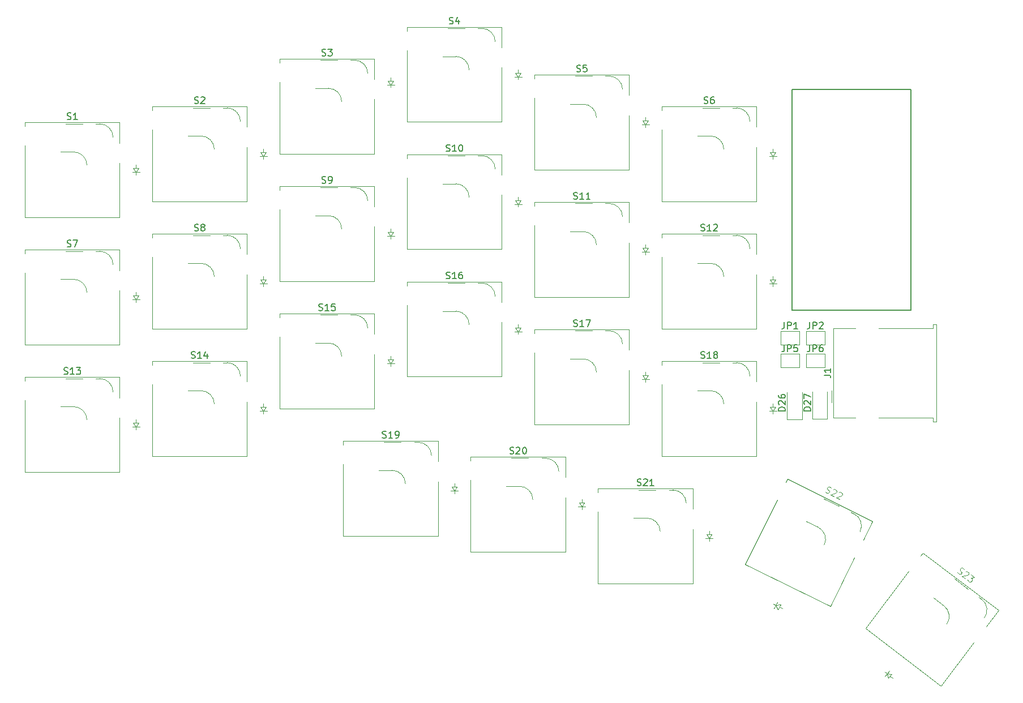
<source format=gbr>
%TF.GenerationSoftware,KiCad,Pcbnew,9.0.2*%
%TF.CreationDate,2025-06-30T19:49:53-10:00*%
%TF.ProjectId,jug,6a75672e-6b69-4636-9164-5f7063625858,rev?*%
%TF.SameCoordinates,Original*%
%TF.FileFunction,Legend,Top*%
%TF.FilePolarity,Positive*%
%FSLAX46Y46*%
G04 Gerber Fmt 4.6, Leading zero omitted, Abs format (unit mm)*
G04 Created by KiCad (PCBNEW 9.0.2) date 2025-06-30 19:49:53*
%MOMM*%
%LPD*%
G01*
G04 APERTURE LIST*
%ADD10C,0.150000*%
%ADD11C,0.100000*%
%ADD12C,0.120000*%
G04 APERTURE END LIST*
D10*
X173301220Y-76509685D02*
X172301220Y-76509685D01*
X172301220Y-76509685D02*
X172301220Y-76271590D01*
X172301220Y-76271590D02*
X172348839Y-76128733D01*
X172348839Y-76128733D02*
X172444077Y-76033495D01*
X172444077Y-76033495D02*
X172539315Y-75985876D01*
X172539315Y-75985876D02*
X172729791Y-75938257D01*
X172729791Y-75938257D02*
X172872648Y-75938257D01*
X172872648Y-75938257D02*
X173063124Y-75985876D01*
X173063124Y-75985876D02*
X173158362Y-76033495D01*
X173158362Y-76033495D02*
X173253601Y-76128733D01*
X173253601Y-76128733D02*
X173301220Y-76271590D01*
X173301220Y-76271590D02*
X173301220Y-76509685D01*
X172396458Y-75557304D02*
X172348839Y-75509685D01*
X172348839Y-75509685D02*
X172301220Y-75414447D01*
X172301220Y-75414447D02*
X172301220Y-75176352D01*
X172301220Y-75176352D02*
X172348839Y-75081114D01*
X172348839Y-75081114D02*
X172396458Y-75033495D01*
X172396458Y-75033495D02*
X172491696Y-74985876D01*
X172491696Y-74985876D02*
X172586934Y-74985876D01*
X172586934Y-74985876D02*
X172729791Y-75033495D01*
X172729791Y-75033495D02*
X173301220Y-75604923D01*
X173301220Y-75604923D02*
X173301220Y-74985876D01*
X172301220Y-74128733D02*
X172301220Y-74319209D01*
X172301220Y-74319209D02*
X172348839Y-74414447D01*
X172348839Y-74414447D02*
X172396458Y-74462066D01*
X172396458Y-74462066D02*
X172539315Y-74557304D01*
X172539315Y-74557304D02*
X172729791Y-74604923D01*
X172729791Y-74604923D02*
X173110743Y-74604923D01*
X173110743Y-74604923D02*
X173205981Y-74557304D01*
X173205981Y-74557304D02*
X173253601Y-74509685D01*
X173253601Y-74509685D02*
X173301220Y-74414447D01*
X173301220Y-74414447D02*
X173301220Y-74223971D01*
X173301220Y-74223971D02*
X173253601Y-74128733D01*
X173253601Y-74128733D02*
X173205981Y-74081114D01*
X173205981Y-74081114D02*
X173110743Y-74033495D01*
X173110743Y-74033495D02*
X172872648Y-74033495D01*
X172872648Y-74033495D02*
X172777410Y-74081114D01*
X172777410Y-74081114D02*
X172729791Y-74128733D01*
X172729791Y-74128733D02*
X172682172Y-74223971D01*
X172682172Y-74223971D02*
X172682172Y-74414447D01*
X172682172Y-74414447D02*
X172729791Y-74509685D01*
X172729791Y-74509685D02*
X172777410Y-74557304D01*
X172777410Y-74557304D02*
X172872648Y-74604923D01*
X151165105Y-87659200D02*
X151307962Y-87706819D01*
X151307962Y-87706819D02*
X151546057Y-87706819D01*
X151546057Y-87706819D02*
X151641295Y-87659200D01*
X151641295Y-87659200D02*
X151688914Y-87611580D01*
X151688914Y-87611580D02*
X151736533Y-87516342D01*
X151736533Y-87516342D02*
X151736533Y-87421104D01*
X151736533Y-87421104D02*
X151688914Y-87325866D01*
X151688914Y-87325866D02*
X151641295Y-87278247D01*
X151641295Y-87278247D02*
X151546057Y-87230628D01*
X151546057Y-87230628D02*
X151355581Y-87183009D01*
X151355581Y-87183009D02*
X151260343Y-87135390D01*
X151260343Y-87135390D02*
X151212724Y-87087771D01*
X151212724Y-87087771D02*
X151165105Y-86992533D01*
X151165105Y-86992533D02*
X151165105Y-86897295D01*
X151165105Y-86897295D02*
X151212724Y-86802057D01*
X151212724Y-86802057D02*
X151260343Y-86754438D01*
X151260343Y-86754438D02*
X151355581Y-86706819D01*
X151355581Y-86706819D02*
X151593676Y-86706819D01*
X151593676Y-86706819D02*
X151736533Y-86754438D01*
X152117486Y-86802057D02*
X152165105Y-86754438D01*
X152165105Y-86754438D02*
X152260343Y-86706819D01*
X152260343Y-86706819D02*
X152498438Y-86706819D01*
X152498438Y-86706819D02*
X152593676Y-86754438D01*
X152593676Y-86754438D02*
X152641295Y-86802057D01*
X152641295Y-86802057D02*
X152688914Y-86897295D01*
X152688914Y-86897295D02*
X152688914Y-86992533D01*
X152688914Y-86992533D02*
X152641295Y-87135390D01*
X152641295Y-87135390D02*
X152069867Y-87706819D01*
X152069867Y-87706819D02*
X152688914Y-87706819D01*
X153641295Y-87706819D02*
X153069867Y-87706819D01*
X153355581Y-87706819D02*
X153355581Y-86706819D01*
X153355581Y-86706819D02*
X153260343Y-86849676D01*
X153260343Y-86849676D02*
X153165105Y-86944914D01*
X153165105Y-86944914D02*
X153069867Y-86992533D01*
X65914495Y-32889300D02*
X66057352Y-32936919D01*
X66057352Y-32936919D02*
X66295447Y-32936919D01*
X66295447Y-32936919D02*
X66390685Y-32889300D01*
X66390685Y-32889300D02*
X66438304Y-32841680D01*
X66438304Y-32841680D02*
X66485923Y-32746442D01*
X66485923Y-32746442D02*
X66485923Y-32651204D01*
X66485923Y-32651204D02*
X66438304Y-32555966D01*
X66438304Y-32555966D02*
X66390685Y-32508347D01*
X66390685Y-32508347D02*
X66295447Y-32460728D01*
X66295447Y-32460728D02*
X66104971Y-32413109D01*
X66104971Y-32413109D02*
X66009733Y-32365490D01*
X66009733Y-32365490D02*
X65962114Y-32317871D01*
X65962114Y-32317871D02*
X65914495Y-32222633D01*
X65914495Y-32222633D02*
X65914495Y-32127395D01*
X65914495Y-32127395D02*
X65962114Y-32032157D01*
X65962114Y-32032157D02*
X66009733Y-31984538D01*
X66009733Y-31984538D02*
X66104971Y-31936919D01*
X66104971Y-31936919D02*
X66343066Y-31936919D01*
X66343066Y-31936919D02*
X66485923Y-31984538D01*
X67438304Y-32936919D02*
X66866876Y-32936919D01*
X67152590Y-32936919D02*
X67152590Y-31936919D01*
X67152590Y-31936919D02*
X67057352Y-32079776D01*
X67057352Y-32079776D02*
X66962114Y-32175014D01*
X66962114Y-32175014D02*
X66866876Y-32222633D01*
X84964895Y-30508000D02*
X85107752Y-30555619D01*
X85107752Y-30555619D02*
X85345847Y-30555619D01*
X85345847Y-30555619D02*
X85441085Y-30508000D01*
X85441085Y-30508000D02*
X85488704Y-30460380D01*
X85488704Y-30460380D02*
X85536323Y-30365142D01*
X85536323Y-30365142D02*
X85536323Y-30269904D01*
X85536323Y-30269904D02*
X85488704Y-30174666D01*
X85488704Y-30174666D02*
X85441085Y-30127047D01*
X85441085Y-30127047D02*
X85345847Y-30079428D01*
X85345847Y-30079428D02*
X85155371Y-30031809D01*
X85155371Y-30031809D02*
X85060133Y-29984190D01*
X85060133Y-29984190D02*
X85012514Y-29936571D01*
X85012514Y-29936571D02*
X84964895Y-29841333D01*
X84964895Y-29841333D02*
X84964895Y-29746095D01*
X84964895Y-29746095D02*
X85012514Y-29650857D01*
X85012514Y-29650857D02*
X85060133Y-29603238D01*
X85060133Y-29603238D02*
X85155371Y-29555619D01*
X85155371Y-29555619D02*
X85393466Y-29555619D01*
X85393466Y-29555619D02*
X85536323Y-29603238D01*
X85917276Y-29650857D02*
X85964895Y-29603238D01*
X85964895Y-29603238D02*
X86060133Y-29555619D01*
X86060133Y-29555619D02*
X86298228Y-29555619D01*
X86298228Y-29555619D02*
X86393466Y-29603238D01*
X86393466Y-29603238D02*
X86441085Y-29650857D01*
X86441085Y-29650857D02*
X86488704Y-29746095D01*
X86488704Y-29746095D02*
X86488704Y-29841333D01*
X86488704Y-29841333D02*
X86441085Y-29984190D01*
X86441085Y-29984190D02*
X85869657Y-30555619D01*
X85869657Y-30555619D02*
X86488704Y-30555619D01*
X104015295Y-23364100D02*
X104158152Y-23411719D01*
X104158152Y-23411719D02*
X104396247Y-23411719D01*
X104396247Y-23411719D02*
X104491485Y-23364100D01*
X104491485Y-23364100D02*
X104539104Y-23316480D01*
X104539104Y-23316480D02*
X104586723Y-23221242D01*
X104586723Y-23221242D02*
X104586723Y-23126004D01*
X104586723Y-23126004D02*
X104539104Y-23030766D01*
X104539104Y-23030766D02*
X104491485Y-22983147D01*
X104491485Y-22983147D02*
X104396247Y-22935528D01*
X104396247Y-22935528D02*
X104205771Y-22887909D01*
X104205771Y-22887909D02*
X104110533Y-22840290D01*
X104110533Y-22840290D02*
X104062914Y-22792671D01*
X104062914Y-22792671D02*
X104015295Y-22697433D01*
X104015295Y-22697433D02*
X104015295Y-22602195D01*
X104015295Y-22602195D02*
X104062914Y-22506957D01*
X104062914Y-22506957D02*
X104110533Y-22459338D01*
X104110533Y-22459338D02*
X104205771Y-22411719D01*
X104205771Y-22411719D02*
X104443866Y-22411719D01*
X104443866Y-22411719D02*
X104586723Y-22459338D01*
X104920057Y-22411719D02*
X105539104Y-22411719D01*
X105539104Y-22411719D02*
X105205771Y-22792671D01*
X105205771Y-22792671D02*
X105348628Y-22792671D01*
X105348628Y-22792671D02*
X105443866Y-22840290D01*
X105443866Y-22840290D02*
X105491485Y-22887909D01*
X105491485Y-22887909D02*
X105539104Y-22983147D01*
X105539104Y-22983147D02*
X105539104Y-23221242D01*
X105539104Y-23221242D02*
X105491485Y-23316480D01*
X105491485Y-23316480D02*
X105443866Y-23364100D01*
X105443866Y-23364100D02*
X105348628Y-23411719D01*
X105348628Y-23411719D02*
X105062914Y-23411719D01*
X105062914Y-23411719D02*
X104967676Y-23364100D01*
X104967676Y-23364100D02*
X104920057Y-23316480D01*
X123065695Y-18601500D02*
X123208552Y-18649119D01*
X123208552Y-18649119D02*
X123446647Y-18649119D01*
X123446647Y-18649119D02*
X123541885Y-18601500D01*
X123541885Y-18601500D02*
X123589504Y-18553880D01*
X123589504Y-18553880D02*
X123637123Y-18458642D01*
X123637123Y-18458642D02*
X123637123Y-18363404D01*
X123637123Y-18363404D02*
X123589504Y-18268166D01*
X123589504Y-18268166D02*
X123541885Y-18220547D01*
X123541885Y-18220547D02*
X123446647Y-18172928D01*
X123446647Y-18172928D02*
X123256171Y-18125309D01*
X123256171Y-18125309D02*
X123160933Y-18077690D01*
X123160933Y-18077690D02*
X123113314Y-18030071D01*
X123113314Y-18030071D02*
X123065695Y-17934833D01*
X123065695Y-17934833D02*
X123065695Y-17839595D01*
X123065695Y-17839595D02*
X123113314Y-17744357D01*
X123113314Y-17744357D02*
X123160933Y-17696738D01*
X123160933Y-17696738D02*
X123256171Y-17649119D01*
X123256171Y-17649119D02*
X123494266Y-17649119D01*
X123494266Y-17649119D02*
X123637123Y-17696738D01*
X124494266Y-17982452D02*
X124494266Y-18649119D01*
X124256171Y-17601500D02*
X124018076Y-18315785D01*
X124018076Y-18315785D02*
X124637123Y-18315785D01*
X142116095Y-25745400D02*
X142258952Y-25793019D01*
X142258952Y-25793019D02*
X142497047Y-25793019D01*
X142497047Y-25793019D02*
X142592285Y-25745400D01*
X142592285Y-25745400D02*
X142639904Y-25697780D01*
X142639904Y-25697780D02*
X142687523Y-25602542D01*
X142687523Y-25602542D02*
X142687523Y-25507304D01*
X142687523Y-25507304D02*
X142639904Y-25412066D01*
X142639904Y-25412066D02*
X142592285Y-25364447D01*
X142592285Y-25364447D02*
X142497047Y-25316828D01*
X142497047Y-25316828D02*
X142306571Y-25269209D01*
X142306571Y-25269209D02*
X142211333Y-25221590D01*
X142211333Y-25221590D02*
X142163714Y-25173971D01*
X142163714Y-25173971D02*
X142116095Y-25078733D01*
X142116095Y-25078733D02*
X142116095Y-24983495D01*
X142116095Y-24983495D02*
X142163714Y-24888257D01*
X142163714Y-24888257D02*
X142211333Y-24840638D01*
X142211333Y-24840638D02*
X142306571Y-24793019D01*
X142306571Y-24793019D02*
X142544666Y-24793019D01*
X142544666Y-24793019D02*
X142687523Y-24840638D01*
X143592285Y-24793019D02*
X143116095Y-24793019D01*
X143116095Y-24793019D02*
X143068476Y-25269209D01*
X143068476Y-25269209D02*
X143116095Y-25221590D01*
X143116095Y-25221590D02*
X143211333Y-25173971D01*
X143211333Y-25173971D02*
X143449428Y-25173971D01*
X143449428Y-25173971D02*
X143544666Y-25221590D01*
X143544666Y-25221590D02*
X143592285Y-25269209D01*
X143592285Y-25269209D02*
X143639904Y-25364447D01*
X143639904Y-25364447D02*
X143639904Y-25602542D01*
X143639904Y-25602542D02*
X143592285Y-25697780D01*
X143592285Y-25697780D02*
X143544666Y-25745400D01*
X143544666Y-25745400D02*
X143449428Y-25793019D01*
X143449428Y-25793019D02*
X143211333Y-25793019D01*
X143211333Y-25793019D02*
X143116095Y-25745400D01*
X143116095Y-25745400D02*
X143068476Y-25697780D01*
X161166495Y-30508000D02*
X161309352Y-30555619D01*
X161309352Y-30555619D02*
X161547447Y-30555619D01*
X161547447Y-30555619D02*
X161642685Y-30508000D01*
X161642685Y-30508000D02*
X161690304Y-30460380D01*
X161690304Y-30460380D02*
X161737923Y-30365142D01*
X161737923Y-30365142D02*
X161737923Y-30269904D01*
X161737923Y-30269904D02*
X161690304Y-30174666D01*
X161690304Y-30174666D02*
X161642685Y-30127047D01*
X161642685Y-30127047D02*
X161547447Y-30079428D01*
X161547447Y-30079428D02*
X161356971Y-30031809D01*
X161356971Y-30031809D02*
X161261733Y-29984190D01*
X161261733Y-29984190D02*
X161214114Y-29936571D01*
X161214114Y-29936571D02*
X161166495Y-29841333D01*
X161166495Y-29841333D02*
X161166495Y-29746095D01*
X161166495Y-29746095D02*
X161214114Y-29650857D01*
X161214114Y-29650857D02*
X161261733Y-29603238D01*
X161261733Y-29603238D02*
X161356971Y-29555619D01*
X161356971Y-29555619D02*
X161595066Y-29555619D01*
X161595066Y-29555619D02*
X161737923Y-29603238D01*
X162595066Y-29555619D02*
X162404590Y-29555619D01*
X162404590Y-29555619D02*
X162309352Y-29603238D01*
X162309352Y-29603238D02*
X162261733Y-29650857D01*
X162261733Y-29650857D02*
X162166495Y-29793714D01*
X162166495Y-29793714D02*
X162118876Y-29984190D01*
X162118876Y-29984190D02*
X162118876Y-30365142D01*
X162118876Y-30365142D02*
X162166495Y-30460380D01*
X162166495Y-30460380D02*
X162214114Y-30508000D01*
X162214114Y-30508000D02*
X162309352Y-30555619D01*
X162309352Y-30555619D02*
X162499828Y-30555619D01*
X162499828Y-30555619D02*
X162595066Y-30508000D01*
X162595066Y-30508000D02*
X162642685Y-30460380D01*
X162642685Y-30460380D02*
X162690304Y-30365142D01*
X162690304Y-30365142D02*
X162690304Y-30127047D01*
X162690304Y-30127047D02*
X162642685Y-30031809D01*
X162642685Y-30031809D02*
X162595066Y-29984190D01*
X162595066Y-29984190D02*
X162499828Y-29936571D01*
X162499828Y-29936571D02*
X162309352Y-29936571D01*
X162309352Y-29936571D02*
X162214114Y-29984190D01*
X162214114Y-29984190D02*
X162166495Y-30031809D01*
X162166495Y-30031809D02*
X162118876Y-30127047D01*
X65914495Y-51939700D02*
X66057352Y-51987319D01*
X66057352Y-51987319D02*
X66295447Y-51987319D01*
X66295447Y-51987319D02*
X66390685Y-51939700D01*
X66390685Y-51939700D02*
X66438304Y-51892080D01*
X66438304Y-51892080D02*
X66485923Y-51796842D01*
X66485923Y-51796842D02*
X66485923Y-51701604D01*
X66485923Y-51701604D02*
X66438304Y-51606366D01*
X66438304Y-51606366D02*
X66390685Y-51558747D01*
X66390685Y-51558747D02*
X66295447Y-51511128D01*
X66295447Y-51511128D02*
X66104971Y-51463509D01*
X66104971Y-51463509D02*
X66009733Y-51415890D01*
X66009733Y-51415890D02*
X65962114Y-51368271D01*
X65962114Y-51368271D02*
X65914495Y-51273033D01*
X65914495Y-51273033D02*
X65914495Y-51177795D01*
X65914495Y-51177795D02*
X65962114Y-51082557D01*
X65962114Y-51082557D02*
X66009733Y-51034938D01*
X66009733Y-51034938D02*
X66104971Y-50987319D01*
X66104971Y-50987319D02*
X66343066Y-50987319D01*
X66343066Y-50987319D02*
X66485923Y-51034938D01*
X66819257Y-50987319D02*
X67485923Y-50987319D01*
X67485923Y-50987319D02*
X67057352Y-51987319D01*
X84964895Y-49558400D02*
X85107752Y-49606019D01*
X85107752Y-49606019D02*
X85345847Y-49606019D01*
X85345847Y-49606019D02*
X85441085Y-49558400D01*
X85441085Y-49558400D02*
X85488704Y-49510780D01*
X85488704Y-49510780D02*
X85536323Y-49415542D01*
X85536323Y-49415542D02*
X85536323Y-49320304D01*
X85536323Y-49320304D02*
X85488704Y-49225066D01*
X85488704Y-49225066D02*
X85441085Y-49177447D01*
X85441085Y-49177447D02*
X85345847Y-49129828D01*
X85345847Y-49129828D02*
X85155371Y-49082209D01*
X85155371Y-49082209D02*
X85060133Y-49034590D01*
X85060133Y-49034590D02*
X85012514Y-48986971D01*
X85012514Y-48986971D02*
X84964895Y-48891733D01*
X84964895Y-48891733D02*
X84964895Y-48796495D01*
X84964895Y-48796495D02*
X85012514Y-48701257D01*
X85012514Y-48701257D02*
X85060133Y-48653638D01*
X85060133Y-48653638D02*
X85155371Y-48606019D01*
X85155371Y-48606019D02*
X85393466Y-48606019D01*
X85393466Y-48606019D02*
X85536323Y-48653638D01*
X86107752Y-49034590D02*
X86012514Y-48986971D01*
X86012514Y-48986971D02*
X85964895Y-48939352D01*
X85964895Y-48939352D02*
X85917276Y-48844114D01*
X85917276Y-48844114D02*
X85917276Y-48796495D01*
X85917276Y-48796495D02*
X85964895Y-48701257D01*
X85964895Y-48701257D02*
X86012514Y-48653638D01*
X86012514Y-48653638D02*
X86107752Y-48606019D01*
X86107752Y-48606019D02*
X86298228Y-48606019D01*
X86298228Y-48606019D02*
X86393466Y-48653638D01*
X86393466Y-48653638D02*
X86441085Y-48701257D01*
X86441085Y-48701257D02*
X86488704Y-48796495D01*
X86488704Y-48796495D02*
X86488704Y-48844114D01*
X86488704Y-48844114D02*
X86441085Y-48939352D01*
X86441085Y-48939352D02*
X86393466Y-48986971D01*
X86393466Y-48986971D02*
X86298228Y-49034590D01*
X86298228Y-49034590D02*
X86107752Y-49034590D01*
X86107752Y-49034590D02*
X86012514Y-49082209D01*
X86012514Y-49082209D02*
X85964895Y-49129828D01*
X85964895Y-49129828D02*
X85917276Y-49225066D01*
X85917276Y-49225066D02*
X85917276Y-49415542D01*
X85917276Y-49415542D02*
X85964895Y-49510780D01*
X85964895Y-49510780D02*
X86012514Y-49558400D01*
X86012514Y-49558400D02*
X86107752Y-49606019D01*
X86107752Y-49606019D02*
X86298228Y-49606019D01*
X86298228Y-49606019D02*
X86393466Y-49558400D01*
X86393466Y-49558400D02*
X86441085Y-49510780D01*
X86441085Y-49510780D02*
X86488704Y-49415542D01*
X86488704Y-49415542D02*
X86488704Y-49225066D01*
X86488704Y-49225066D02*
X86441085Y-49129828D01*
X86441085Y-49129828D02*
X86393466Y-49082209D01*
X86393466Y-49082209D02*
X86298228Y-49034590D01*
X104015295Y-42414500D02*
X104158152Y-42462119D01*
X104158152Y-42462119D02*
X104396247Y-42462119D01*
X104396247Y-42462119D02*
X104491485Y-42414500D01*
X104491485Y-42414500D02*
X104539104Y-42366880D01*
X104539104Y-42366880D02*
X104586723Y-42271642D01*
X104586723Y-42271642D02*
X104586723Y-42176404D01*
X104586723Y-42176404D02*
X104539104Y-42081166D01*
X104539104Y-42081166D02*
X104491485Y-42033547D01*
X104491485Y-42033547D02*
X104396247Y-41985928D01*
X104396247Y-41985928D02*
X104205771Y-41938309D01*
X104205771Y-41938309D02*
X104110533Y-41890690D01*
X104110533Y-41890690D02*
X104062914Y-41843071D01*
X104062914Y-41843071D02*
X104015295Y-41747833D01*
X104015295Y-41747833D02*
X104015295Y-41652595D01*
X104015295Y-41652595D02*
X104062914Y-41557357D01*
X104062914Y-41557357D02*
X104110533Y-41509738D01*
X104110533Y-41509738D02*
X104205771Y-41462119D01*
X104205771Y-41462119D02*
X104443866Y-41462119D01*
X104443866Y-41462119D02*
X104586723Y-41509738D01*
X105062914Y-42462119D02*
X105253390Y-42462119D01*
X105253390Y-42462119D02*
X105348628Y-42414500D01*
X105348628Y-42414500D02*
X105396247Y-42366880D01*
X105396247Y-42366880D02*
X105491485Y-42224023D01*
X105491485Y-42224023D02*
X105539104Y-42033547D01*
X105539104Y-42033547D02*
X105539104Y-41652595D01*
X105539104Y-41652595D02*
X105491485Y-41557357D01*
X105491485Y-41557357D02*
X105443866Y-41509738D01*
X105443866Y-41509738D02*
X105348628Y-41462119D01*
X105348628Y-41462119D02*
X105158152Y-41462119D01*
X105158152Y-41462119D02*
X105062914Y-41509738D01*
X105062914Y-41509738D02*
X105015295Y-41557357D01*
X105015295Y-41557357D02*
X104967676Y-41652595D01*
X104967676Y-41652595D02*
X104967676Y-41890690D01*
X104967676Y-41890690D02*
X105015295Y-41985928D01*
X105015295Y-41985928D02*
X105062914Y-42033547D01*
X105062914Y-42033547D02*
X105158152Y-42081166D01*
X105158152Y-42081166D02*
X105348628Y-42081166D01*
X105348628Y-42081166D02*
X105443866Y-42033547D01*
X105443866Y-42033547D02*
X105491485Y-41985928D01*
X105491485Y-41985928D02*
X105539104Y-41890690D01*
X122589505Y-37651900D02*
X122732362Y-37699519D01*
X122732362Y-37699519D02*
X122970457Y-37699519D01*
X122970457Y-37699519D02*
X123065695Y-37651900D01*
X123065695Y-37651900D02*
X123113314Y-37604280D01*
X123113314Y-37604280D02*
X123160933Y-37509042D01*
X123160933Y-37509042D02*
X123160933Y-37413804D01*
X123160933Y-37413804D02*
X123113314Y-37318566D01*
X123113314Y-37318566D02*
X123065695Y-37270947D01*
X123065695Y-37270947D02*
X122970457Y-37223328D01*
X122970457Y-37223328D02*
X122779981Y-37175709D01*
X122779981Y-37175709D02*
X122684743Y-37128090D01*
X122684743Y-37128090D02*
X122637124Y-37080471D01*
X122637124Y-37080471D02*
X122589505Y-36985233D01*
X122589505Y-36985233D02*
X122589505Y-36889995D01*
X122589505Y-36889995D02*
X122637124Y-36794757D01*
X122637124Y-36794757D02*
X122684743Y-36747138D01*
X122684743Y-36747138D02*
X122779981Y-36699519D01*
X122779981Y-36699519D02*
X123018076Y-36699519D01*
X123018076Y-36699519D02*
X123160933Y-36747138D01*
X124113314Y-37699519D02*
X123541886Y-37699519D01*
X123827600Y-37699519D02*
X123827600Y-36699519D01*
X123827600Y-36699519D02*
X123732362Y-36842376D01*
X123732362Y-36842376D02*
X123637124Y-36937614D01*
X123637124Y-36937614D02*
X123541886Y-36985233D01*
X124732362Y-36699519D02*
X124827600Y-36699519D01*
X124827600Y-36699519D02*
X124922838Y-36747138D01*
X124922838Y-36747138D02*
X124970457Y-36794757D01*
X124970457Y-36794757D02*
X125018076Y-36889995D01*
X125018076Y-36889995D02*
X125065695Y-37080471D01*
X125065695Y-37080471D02*
X125065695Y-37318566D01*
X125065695Y-37318566D02*
X125018076Y-37509042D01*
X125018076Y-37509042D02*
X124970457Y-37604280D01*
X124970457Y-37604280D02*
X124922838Y-37651900D01*
X124922838Y-37651900D02*
X124827600Y-37699519D01*
X124827600Y-37699519D02*
X124732362Y-37699519D01*
X124732362Y-37699519D02*
X124637124Y-37651900D01*
X124637124Y-37651900D02*
X124589505Y-37604280D01*
X124589505Y-37604280D02*
X124541886Y-37509042D01*
X124541886Y-37509042D02*
X124494267Y-37318566D01*
X124494267Y-37318566D02*
X124494267Y-37080471D01*
X124494267Y-37080471D02*
X124541886Y-36889995D01*
X124541886Y-36889995D02*
X124589505Y-36794757D01*
X124589505Y-36794757D02*
X124637124Y-36747138D01*
X124637124Y-36747138D02*
X124732362Y-36699519D01*
X141639905Y-44795800D02*
X141782762Y-44843419D01*
X141782762Y-44843419D02*
X142020857Y-44843419D01*
X142020857Y-44843419D02*
X142116095Y-44795800D01*
X142116095Y-44795800D02*
X142163714Y-44748180D01*
X142163714Y-44748180D02*
X142211333Y-44652942D01*
X142211333Y-44652942D02*
X142211333Y-44557704D01*
X142211333Y-44557704D02*
X142163714Y-44462466D01*
X142163714Y-44462466D02*
X142116095Y-44414847D01*
X142116095Y-44414847D02*
X142020857Y-44367228D01*
X142020857Y-44367228D02*
X141830381Y-44319609D01*
X141830381Y-44319609D02*
X141735143Y-44271990D01*
X141735143Y-44271990D02*
X141687524Y-44224371D01*
X141687524Y-44224371D02*
X141639905Y-44129133D01*
X141639905Y-44129133D02*
X141639905Y-44033895D01*
X141639905Y-44033895D02*
X141687524Y-43938657D01*
X141687524Y-43938657D02*
X141735143Y-43891038D01*
X141735143Y-43891038D02*
X141830381Y-43843419D01*
X141830381Y-43843419D02*
X142068476Y-43843419D01*
X142068476Y-43843419D02*
X142211333Y-43891038D01*
X143163714Y-44843419D02*
X142592286Y-44843419D01*
X142878000Y-44843419D02*
X142878000Y-43843419D01*
X142878000Y-43843419D02*
X142782762Y-43986276D01*
X142782762Y-43986276D02*
X142687524Y-44081514D01*
X142687524Y-44081514D02*
X142592286Y-44129133D01*
X144116095Y-44843419D02*
X143544667Y-44843419D01*
X143830381Y-44843419D02*
X143830381Y-43843419D01*
X143830381Y-43843419D02*
X143735143Y-43986276D01*
X143735143Y-43986276D02*
X143639905Y-44081514D01*
X143639905Y-44081514D02*
X143544667Y-44129133D01*
X160690305Y-49558400D02*
X160833162Y-49606019D01*
X160833162Y-49606019D02*
X161071257Y-49606019D01*
X161071257Y-49606019D02*
X161166495Y-49558400D01*
X161166495Y-49558400D02*
X161214114Y-49510780D01*
X161214114Y-49510780D02*
X161261733Y-49415542D01*
X161261733Y-49415542D02*
X161261733Y-49320304D01*
X161261733Y-49320304D02*
X161214114Y-49225066D01*
X161214114Y-49225066D02*
X161166495Y-49177447D01*
X161166495Y-49177447D02*
X161071257Y-49129828D01*
X161071257Y-49129828D02*
X160880781Y-49082209D01*
X160880781Y-49082209D02*
X160785543Y-49034590D01*
X160785543Y-49034590D02*
X160737924Y-48986971D01*
X160737924Y-48986971D02*
X160690305Y-48891733D01*
X160690305Y-48891733D02*
X160690305Y-48796495D01*
X160690305Y-48796495D02*
X160737924Y-48701257D01*
X160737924Y-48701257D02*
X160785543Y-48653638D01*
X160785543Y-48653638D02*
X160880781Y-48606019D01*
X160880781Y-48606019D02*
X161118876Y-48606019D01*
X161118876Y-48606019D02*
X161261733Y-48653638D01*
X162214114Y-49606019D02*
X161642686Y-49606019D01*
X161928400Y-49606019D02*
X161928400Y-48606019D01*
X161928400Y-48606019D02*
X161833162Y-48748876D01*
X161833162Y-48748876D02*
X161737924Y-48844114D01*
X161737924Y-48844114D02*
X161642686Y-48891733D01*
X162595067Y-48701257D02*
X162642686Y-48653638D01*
X162642686Y-48653638D02*
X162737924Y-48606019D01*
X162737924Y-48606019D02*
X162976019Y-48606019D01*
X162976019Y-48606019D02*
X163071257Y-48653638D01*
X163071257Y-48653638D02*
X163118876Y-48701257D01*
X163118876Y-48701257D02*
X163166495Y-48796495D01*
X163166495Y-48796495D02*
X163166495Y-48891733D01*
X163166495Y-48891733D02*
X163118876Y-49034590D01*
X163118876Y-49034590D02*
X162547448Y-49606019D01*
X162547448Y-49606019D02*
X163166495Y-49606019D01*
X65438305Y-70990100D02*
X65581162Y-71037719D01*
X65581162Y-71037719D02*
X65819257Y-71037719D01*
X65819257Y-71037719D02*
X65914495Y-70990100D01*
X65914495Y-70990100D02*
X65962114Y-70942480D01*
X65962114Y-70942480D02*
X66009733Y-70847242D01*
X66009733Y-70847242D02*
X66009733Y-70752004D01*
X66009733Y-70752004D02*
X65962114Y-70656766D01*
X65962114Y-70656766D02*
X65914495Y-70609147D01*
X65914495Y-70609147D02*
X65819257Y-70561528D01*
X65819257Y-70561528D02*
X65628781Y-70513909D01*
X65628781Y-70513909D02*
X65533543Y-70466290D01*
X65533543Y-70466290D02*
X65485924Y-70418671D01*
X65485924Y-70418671D02*
X65438305Y-70323433D01*
X65438305Y-70323433D02*
X65438305Y-70228195D01*
X65438305Y-70228195D02*
X65485924Y-70132957D01*
X65485924Y-70132957D02*
X65533543Y-70085338D01*
X65533543Y-70085338D02*
X65628781Y-70037719D01*
X65628781Y-70037719D02*
X65866876Y-70037719D01*
X65866876Y-70037719D02*
X66009733Y-70085338D01*
X66962114Y-71037719D02*
X66390686Y-71037719D01*
X66676400Y-71037719D02*
X66676400Y-70037719D01*
X66676400Y-70037719D02*
X66581162Y-70180576D01*
X66581162Y-70180576D02*
X66485924Y-70275814D01*
X66485924Y-70275814D02*
X66390686Y-70323433D01*
X67295448Y-70037719D02*
X67914495Y-70037719D01*
X67914495Y-70037719D02*
X67581162Y-70418671D01*
X67581162Y-70418671D02*
X67724019Y-70418671D01*
X67724019Y-70418671D02*
X67819257Y-70466290D01*
X67819257Y-70466290D02*
X67866876Y-70513909D01*
X67866876Y-70513909D02*
X67914495Y-70609147D01*
X67914495Y-70609147D02*
X67914495Y-70847242D01*
X67914495Y-70847242D02*
X67866876Y-70942480D01*
X67866876Y-70942480D02*
X67819257Y-70990100D01*
X67819257Y-70990100D02*
X67724019Y-71037719D01*
X67724019Y-71037719D02*
X67438305Y-71037719D01*
X67438305Y-71037719D02*
X67343067Y-70990100D01*
X67343067Y-70990100D02*
X67295448Y-70942480D01*
X84488705Y-68608800D02*
X84631562Y-68656419D01*
X84631562Y-68656419D02*
X84869657Y-68656419D01*
X84869657Y-68656419D02*
X84964895Y-68608800D01*
X84964895Y-68608800D02*
X85012514Y-68561180D01*
X85012514Y-68561180D02*
X85060133Y-68465942D01*
X85060133Y-68465942D02*
X85060133Y-68370704D01*
X85060133Y-68370704D02*
X85012514Y-68275466D01*
X85012514Y-68275466D02*
X84964895Y-68227847D01*
X84964895Y-68227847D02*
X84869657Y-68180228D01*
X84869657Y-68180228D02*
X84679181Y-68132609D01*
X84679181Y-68132609D02*
X84583943Y-68084990D01*
X84583943Y-68084990D02*
X84536324Y-68037371D01*
X84536324Y-68037371D02*
X84488705Y-67942133D01*
X84488705Y-67942133D02*
X84488705Y-67846895D01*
X84488705Y-67846895D02*
X84536324Y-67751657D01*
X84536324Y-67751657D02*
X84583943Y-67704038D01*
X84583943Y-67704038D02*
X84679181Y-67656419D01*
X84679181Y-67656419D02*
X84917276Y-67656419D01*
X84917276Y-67656419D02*
X85060133Y-67704038D01*
X86012514Y-68656419D02*
X85441086Y-68656419D01*
X85726800Y-68656419D02*
X85726800Y-67656419D01*
X85726800Y-67656419D02*
X85631562Y-67799276D01*
X85631562Y-67799276D02*
X85536324Y-67894514D01*
X85536324Y-67894514D02*
X85441086Y-67942133D01*
X86869657Y-67989752D02*
X86869657Y-68656419D01*
X86631562Y-67608800D02*
X86393467Y-68323085D01*
X86393467Y-68323085D02*
X87012514Y-68323085D01*
X103539105Y-61464900D02*
X103681962Y-61512519D01*
X103681962Y-61512519D02*
X103920057Y-61512519D01*
X103920057Y-61512519D02*
X104015295Y-61464900D01*
X104015295Y-61464900D02*
X104062914Y-61417280D01*
X104062914Y-61417280D02*
X104110533Y-61322042D01*
X104110533Y-61322042D02*
X104110533Y-61226804D01*
X104110533Y-61226804D02*
X104062914Y-61131566D01*
X104062914Y-61131566D02*
X104015295Y-61083947D01*
X104015295Y-61083947D02*
X103920057Y-61036328D01*
X103920057Y-61036328D02*
X103729581Y-60988709D01*
X103729581Y-60988709D02*
X103634343Y-60941090D01*
X103634343Y-60941090D02*
X103586724Y-60893471D01*
X103586724Y-60893471D02*
X103539105Y-60798233D01*
X103539105Y-60798233D02*
X103539105Y-60702995D01*
X103539105Y-60702995D02*
X103586724Y-60607757D01*
X103586724Y-60607757D02*
X103634343Y-60560138D01*
X103634343Y-60560138D02*
X103729581Y-60512519D01*
X103729581Y-60512519D02*
X103967676Y-60512519D01*
X103967676Y-60512519D02*
X104110533Y-60560138D01*
X105062914Y-61512519D02*
X104491486Y-61512519D01*
X104777200Y-61512519D02*
X104777200Y-60512519D01*
X104777200Y-60512519D02*
X104681962Y-60655376D01*
X104681962Y-60655376D02*
X104586724Y-60750614D01*
X104586724Y-60750614D02*
X104491486Y-60798233D01*
X105967676Y-60512519D02*
X105491486Y-60512519D01*
X105491486Y-60512519D02*
X105443867Y-60988709D01*
X105443867Y-60988709D02*
X105491486Y-60941090D01*
X105491486Y-60941090D02*
X105586724Y-60893471D01*
X105586724Y-60893471D02*
X105824819Y-60893471D01*
X105824819Y-60893471D02*
X105920057Y-60941090D01*
X105920057Y-60941090D02*
X105967676Y-60988709D01*
X105967676Y-60988709D02*
X106015295Y-61083947D01*
X106015295Y-61083947D02*
X106015295Y-61322042D01*
X106015295Y-61322042D02*
X105967676Y-61417280D01*
X105967676Y-61417280D02*
X105920057Y-61464900D01*
X105920057Y-61464900D02*
X105824819Y-61512519D01*
X105824819Y-61512519D02*
X105586724Y-61512519D01*
X105586724Y-61512519D02*
X105491486Y-61464900D01*
X105491486Y-61464900D02*
X105443867Y-61417280D01*
X122589505Y-56702300D02*
X122732362Y-56749919D01*
X122732362Y-56749919D02*
X122970457Y-56749919D01*
X122970457Y-56749919D02*
X123065695Y-56702300D01*
X123065695Y-56702300D02*
X123113314Y-56654680D01*
X123113314Y-56654680D02*
X123160933Y-56559442D01*
X123160933Y-56559442D02*
X123160933Y-56464204D01*
X123160933Y-56464204D02*
X123113314Y-56368966D01*
X123113314Y-56368966D02*
X123065695Y-56321347D01*
X123065695Y-56321347D02*
X122970457Y-56273728D01*
X122970457Y-56273728D02*
X122779981Y-56226109D01*
X122779981Y-56226109D02*
X122684743Y-56178490D01*
X122684743Y-56178490D02*
X122637124Y-56130871D01*
X122637124Y-56130871D02*
X122589505Y-56035633D01*
X122589505Y-56035633D02*
X122589505Y-55940395D01*
X122589505Y-55940395D02*
X122637124Y-55845157D01*
X122637124Y-55845157D02*
X122684743Y-55797538D01*
X122684743Y-55797538D02*
X122779981Y-55749919D01*
X122779981Y-55749919D02*
X123018076Y-55749919D01*
X123018076Y-55749919D02*
X123160933Y-55797538D01*
X124113314Y-56749919D02*
X123541886Y-56749919D01*
X123827600Y-56749919D02*
X123827600Y-55749919D01*
X123827600Y-55749919D02*
X123732362Y-55892776D01*
X123732362Y-55892776D02*
X123637124Y-55988014D01*
X123637124Y-55988014D02*
X123541886Y-56035633D01*
X124970457Y-55749919D02*
X124779981Y-55749919D01*
X124779981Y-55749919D02*
X124684743Y-55797538D01*
X124684743Y-55797538D02*
X124637124Y-55845157D01*
X124637124Y-55845157D02*
X124541886Y-55988014D01*
X124541886Y-55988014D02*
X124494267Y-56178490D01*
X124494267Y-56178490D02*
X124494267Y-56559442D01*
X124494267Y-56559442D02*
X124541886Y-56654680D01*
X124541886Y-56654680D02*
X124589505Y-56702300D01*
X124589505Y-56702300D02*
X124684743Y-56749919D01*
X124684743Y-56749919D02*
X124875219Y-56749919D01*
X124875219Y-56749919D02*
X124970457Y-56702300D01*
X124970457Y-56702300D02*
X125018076Y-56654680D01*
X125018076Y-56654680D02*
X125065695Y-56559442D01*
X125065695Y-56559442D02*
X125065695Y-56321347D01*
X125065695Y-56321347D02*
X125018076Y-56226109D01*
X125018076Y-56226109D02*
X124970457Y-56178490D01*
X124970457Y-56178490D02*
X124875219Y-56130871D01*
X124875219Y-56130871D02*
X124684743Y-56130871D01*
X124684743Y-56130871D02*
X124589505Y-56178490D01*
X124589505Y-56178490D02*
X124541886Y-56226109D01*
X124541886Y-56226109D02*
X124494267Y-56321347D01*
X141639905Y-63846200D02*
X141782762Y-63893819D01*
X141782762Y-63893819D02*
X142020857Y-63893819D01*
X142020857Y-63893819D02*
X142116095Y-63846200D01*
X142116095Y-63846200D02*
X142163714Y-63798580D01*
X142163714Y-63798580D02*
X142211333Y-63703342D01*
X142211333Y-63703342D02*
X142211333Y-63608104D01*
X142211333Y-63608104D02*
X142163714Y-63512866D01*
X142163714Y-63512866D02*
X142116095Y-63465247D01*
X142116095Y-63465247D02*
X142020857Y-63417628D01*
X142020857Y-63417628D02*
X141830381Y-63370009D01*
X141830381Y-63370009D02*
X141735143Y-63322390D01*
X141735143Y-63322390D02*
X141687524Y-63274771D01*
X141687524Y-63274771D02*
X141639905Y-63179533D01*
X141639905Y-63179533D02*
X141639905Y-63084295D01*
X141639905Y-63084295D02*
X141687524Y-62989057D01*
X141687524Y-62989057D02*
X141735143Y-62941438D01*
X141735143Y-62941438D02*
X141830381Y-62893819D01*
X141830381Y-62893819D02*
X142068476Y-62893819D01*
X142068476Y-62893819D02*
X142211333Y-62941438D01*
X143163714Y-63893819D02*
X142592286Y-63893819D01*
X142878000Y-63893819D02*
X142878000Y-62893819D01*
X142878000Y-62893819D02*
X142782762Y-63036676D01*
X142782762Y-63036676D02*
X142687524Y-63131914D01*
X142687524Y-63131914D02*
X142592286Y-63179533D01*
X143497048Y-62893819D02*
X144163714Y-62893819D01*
X144163714Y-62893819D02*
X143735143Y-63893819D01*
X160690305Y-68608800D02*
X160833162Y-68656419D01*
X160833162Y-68656419D02*
X161071257Y-68656419D01*
X161071257Y-68656419D02*
X161166495Y-68608800D01*
X161166495Y-68608800D02*
X161214114Y-68561180D01*
X161214114Y-68561180D02*
X161261733Y-68465942D01*
X161261733Y-68465942D02*
X161261733Y-68370704D01*
X161261733Y-68370704D02*
X161214114Y-68275466D01*
X161214114Y-68275466D02*
X161166495Y-68227847D01*
X161166495Y-68227847D02*
X161071257Y-68180228D01*
X161071257Y-68180228D02*
X160880781Y-68132609D01*
X160880781Y-68132609D02*
X160785543Y-68084990D01*
X160785543Y-68084990D02*
X160737924Y-68037371D01*
X160737924Y-68037371D02*
X160690305Y-67942133D01*
X160690305Y-67942133D02*
X160690305Y-67846895D01*
X160690305Y-67846895D02*
X160737924Y-67751657D01*
X160737924Y-67751657D02*
X160785543Y-67704038D01*
X160785543Y-67704038D02*
X160880781Y-67656419D01*
X160880781Y-67656419D02*
X161118876Y-67656419D01*
X161118876Y-67656419D02*
X161261733Y-67704038D01*
X162214114Y-68656419D02*
X161642686Y-68656419D01*
X161928400Y-68656419D02*
X161928400Y-67656419D01*
X161928400Y-67656419D02*
X161833162Y-67799276D01*
X161833162Y-67799276D02*
X161737924Y-67894514D01*
X161737924Y-67894514D02*
X161642686Y-67942133D01*
X162785543Y-68084990D02*
X162690305Y-68037371D01*
X162690305Y-68037371D02*
X162642686Y-67989752D01*
X162642686Y-67989752D02*
X162595067Y-67894514D01*
X162595067Y-67894514D02*
X162595067Y-67846895D01*
X162595067Y-67846895D02*
X162642686Y-67751657D01*
X162642686Y-67751657D02*
X162690305Y-67704038D01*
X162690305Y-67704038D02*
X162785543Y-67656419D01*
X162785543Y-67656419D02*
X162976019Y-67656419D01*
X162976019Y-67656419D02*
X163071257Y-67704038D01*
X163071257Y-67704038D02*
X163118876Y-67751657D01*
X163118876Y-67751657D02*
X163166495Y-67846895D01*
X163166495Y-67846895D02*
X163166495Y-67894514D01*
X163166495Y-67894514D02*
X163118876Y-67989752D01*
X163118876Y-67989752D02*
X163071257Y-68037371D01*
X163071257Y-68037371D02*
X162976019Y-68084990D01*
X162976019Y-68084990D02*
X162785543Y-68084990D01*
X162785543Y-68084990D02*
X162690305Y-68132609D01*
X162690305Y-68132609D02*
X162642686Y-68180228D01*
X162642686Y-68180228D02*
X162595067Y-68275466D01*
X162595067Y-68275466D02*
X162595067Y-68465942D01*
X162595067Y-68465942D02*
X162642686Y-68561180D01*
X162642686Y-68561180D02*
X162690305Y-68608800D01*
X162690305Y-68608800D02*
X162785543Y-68656419D01*
X162785543Y-68656419D02*
X162976019Y-68656419D01*
X162976019Y-68656419D02*
X163071257Y-68608800D01*
X163071257Y-68608800D02*
X163118876Y-68561180D01*
X163118876Y-68561180D02*
X163166495Y-68465942D01*
X163166495Y-68465942D02*
X163166495Y-68275466D01*
X163166495Y-68275466D02*
X163118876Y-68180228D01*
X163118876Y-68180228D02*
X163071257Y-68132609D01*
X163071257Y-68132609D02*
X162976019Y-68084990D01*
X113064305Y-80515300D02*
X113207162Y-80562919D01*
X113207162Y-80562919D02*
X113445257Y-80562919D01*
X113445257Y-80562919D02*
X113540495Y-80515300D01*
X113540495Y-80515300D02*
X113588114Y-80467680D01*
X113588114Y-80467680D02*
X113635733Y-80372442D01*
X113635733Y-80372442D02*
X113635733Y-80277204D01*
X113635733Y-80277204D02*
X113588114Y-80181966D01*
X113588114Y-80181966D02*
X113540495Y-80134347D01*
X113540495Y-80134347D02*
X113445257Y-80086728D01*
X113445257Y-80086728D02*
X113254781Y-80039109D01*
X113254781Y-80039109D02*
X113159543Y-79991490D01*
X113159543Y-79991490D02*
X113111924Y-79943871D01*
X113111924Y-79943871D02*
X113064305Y-79848633D01*
X113064305Y-79848633D02*
X113064305Y-79753395D01*
X113064305Y-79753395D02*
X113111924Y-79658157D01*
X113111924Y-79658157D02*
X113159543Y-79610538D01*
X113159543Y-79610538D02*
X113254781Y-79562919D01*
X113254781Y-79562919D02*
X113492876Y-79562919D01*
X113492876Y-79562919D02*
X113635733Y-79610538D01*
X114588114Y-80562919D02*
X114016686Y-80562919D01*
X114302400Y-80562919D02*
X114302400Y-79562919D01*
X114302400Y-79562919D02*
X114207162Y-79705776D01*
X114207162Y-79705776D02*
X114111924Y-79801014D01*
X114111924Y-79801014D02*
X114016686Y-79848633D01*
X115064305Y-80562919D02*
X115254781Y-80562919D01*
X115254781Y-80562919D02*
X115350019Y-80515300D01*
X115350019Y-80515300D02*
X115397638Y-80467680D01*
X115397638Y-80467680D02*
X115492876Y-80324823D01*
X115492876Y-80324823D02*
X115540495Y-80134347D01*
X115540495Y-80134347D02*
X115540495Y-79753395D01*
X115540495Y-79753395D02*
X115492876Y-79658157D01*
X115492876Y-79658157D02*
X115445257Y-79610538D01*
X115445257Y-79610538D02*
X115350019Y-79562919D01*
X115350019Y-79562919D02*
X115159543Y-79562919D01*
X115159543Y-79562919D02*
X115064305Y-79610538D01*
X115064305Y-79610538D02*
X115016686Y-79658157D01*
X115016686Y-79658157D02*
X114969067Y-79753395D01*
X114969067Y-79753395D02*
X114969067Y-79991490D01*
X114969067Y-79991490D02*
X115016686Y-80086728D01*
X115016686Y-80086728D02*
X115064305Y-80134347D01*
X115064305Y-80134347D02*
X115159543Y-80181966D01*
X115159543Y-80181966D02*
X115350019Y-80181966D01*
X115350019Y-80181966D02*
X115445257Y-80134347D01*
X115445257Y-80134347D02*
X115492876Y-80086728D01*
X115492876Y-80086728D02*
X115540495Y-79991490D01*
X132114705Y-82896600D02*
X132257562Y-82944219D01*
X132257562Y-82944219D02*
X132495657Y-82944219D01*
X132495657Y-82944219D02*
X132590895Y-82896600D01*
X132590895Y-82896600D02*
X132638514Y-82848980D01*
X132638514Y-82848980D02*
X132686133Y-82753742D01*
X132686133Y-82753742D02*
X132686133Y-82658504D01*
X132686133Y-82658504D02*
X132638514Y-82563266D01*
X132638514Y-82563266D02*
X132590895Y-82515647D01*
X132590895Y-82515647D02*
X132495657Y-82468028D01*
X132495657Y-82468028D02*
X132305181Y-82420409D01*
X132305181Y-82420409D02*
X132209943Y-82372790D01*
X132209943Y-82372790D02*
X132162324Y-82325171D01*
X132162324Y-82325171D02*
X132114705Y-82229933D01*
X132114705Y-82229933D02*
X132114705Y-82134695D01*
X132114705Y-82134695D02*
X132162324Y-82039457D01*
X132162324Y-82039457D02*
X132209943Y-81991838D01*
X132209943Y-81991838D02*
X132305181Y-81944219D01*
X132305181Y-81944219D02*
X132543276Y-81944219D01*
X132543276Y-81944219D02*
X132686133Y-81991838D01*
X133067086Y-82039457D02*
X133114705Y-81991838D01*
X133114705Y-81991838D02*
X133209943Y-81944219D01*
X133209943Y-81944219D02*
X133448038Y-81944219D01*
X133448038Y-81944219D02*
X133543276Y-81991838D01*
X133543276Y-81991838D02*
X133590895Y-82039457D01*
X133590895Y-82039457D02*
X133638514Y-82134695D01*
X133638514Y-82134695D02*
X133638514Y-82229933D01*
X133638514Y-82229933D02*
X133590895Y-82372790D01*
X133590895Y-82372790D02*
X133019467Y-82944219D01*
X133019467Y-82944219D02*
X133638514Y-82944219D01*
X134257562Y-81944219D02*
X134352800Y-81944219D01*
X134352800Y-81944219D02*
X134448038Y-81991838D01*
X134448038Y-81991838D02*
X134495657Y-82039457D01*
X134495657Y-82039457D02*
X134543276Y-82134695D01*
X134543276Y-82134695D02*
X134590895Y-82325171D01*
X134590895Y-82325171D02*
X134590895Y-82563266D01*
X134590895Y-82563266D02*
X134543276Y-82753742D01*
X134543276Y-82753742D02*
X134495657Y-82848980D01*
X134495657Y-82848980D02*
X134448038Y-82896600D01*
X134448038Y-82896600D02*
X134352800Y-82944219D01*
X134352800Y-82944219D02*
X134257562Y-82944219D01*
X134257562Y-82944219D02*
X134162324Y-82896600D01*
X134162324Y-82896600D02*
X134114705Y-82848980D01*
X134114705Y-82848980D02*
X134067086Y-82753742D01*
X134067086Y-82753742D02*
X134019467Y-82563266D01*
X134019467Y-82563266D02*
X134019467Y-82325171D01*
X134019467Y-82325171D02*
X134067086Y-82134695D01*
X134067086Y-82134695D02*
X134114705Y-82039457D01*
X134114705Y-82039457D02*
X134162324Y-81991838D01*
X134162324Y-81991838D02*
X134257562Y-81944219D01*
D11*
X179277836Y-88605746D02*
X179384436Y-88712105D01*
X179384436Y-88712105D02*
X179597516Y-88818342D01*
X179597516Y-88818342D02*
X179703995Y-88818222D01*
X179703995Y-88818222D02*
X179767859Y-88796853D01*
X179767859Y-88796853D02*
X179852970Y-88732869D01*
X179852970Y-88732869D02*
X179895465Y-88647637D01*
X179895465Y-88647637D02*
X179895344Y-88541158D01*
X179895344Y-88541158D02*
X179873975Y-88477294D01*
X179873975Y-88477294D02*
X179809991Y-88392183D01*
X179809991Y-88392183D02*
X179660775Y-88264577D01*
X179660775Y-88264577D02*
X179596791Y-88179466D01*
X179596791Y-88179466D02*
X179575422Y-88115603D01*
X179575422Y-88115603D02*
X179575301Y-88009123D01*
X179575301Y-88009123D02*
X179617796Y-87923892D01*
X179617796Y-87923892D02*
X179702907Y-87859907D01*
X179702907Y-87859907D02*
X179766771Y-87838539D01*
X179766771Y-87838539D02*
X179873250Y-87838418D01*
X179873250Y-87838418D02*
X180086330Y-87944656D01*
X180086330Y-87944656D02*
X180192930Y-88051014D01*
X180512610Y-88263610D02*
X180576473Y-88242242D01*
X180576473Y-88242242D02*
X180682953Y-88242121D01*
X180682953Y-88242121D02*
X180896032Y-88348358D01*
X180896032Y-88348358D02*
X180960017Y-88433469D01*
X180960017Y-88433469D02*
X180981385Y-88497333D01*
X180981385Y-88497333D02*
X180981506Y-88603812D01*
X180981506Y-88603812D02*
X180939011Y-88689044D01*
X180939011Y-88689044D02*
X180832652Y-88795644D01*
X180832652Y-88795644D02*
X180066291Y-89052065D01*
X180066291Y-89052065D02*
X180620298Y-89328283D01*
X181364928Y-88688560D02*
X181428792Y-88667192D01*
X181428792Y-88667192D02*
X181535271Y-88667071D01*
X181535271Y-88667071D02*
X181748351Y-88773309D01*
X181748351Y-88773309D02*
X181812335Y-88858420D01*
X181812335Y-88858420D02*
X181833703Y-88922283D01*
X181833703Y-88922283D02*
X181833824Y-89028762D01*
X181833824Y-89028762D02*
X181791329Y-89113994D01*
X181791329Y-89113994D02*
X181684971Y-89220595D01*
X181684971Y-89220595D02*
X180918610Y-89477015D01*
X180918610Y-89477015D02*
X181472617Y-89753233D01*
X199061066Y-100642751D02*
X199145957Y-100767126D01*
X199145957Y-100767126D02*
X199335481Y-100911244D01*
X199335481Y-100911244D02*
X199440115Y-100930986D01*
X199440115Y-100930986D02*
X199506843Y-100921905D01*
X199506843Y-100921905D02*
X199602395Y-100874918D01*
X199602395Y-100874918D02*
X199660042Y-100799109D01*
X199660042Y-100799109D02*
X199679784Y-100694476D01*
X199679784Y-100694476D02*
X199670703Y-100627747D01*
X199670703Y-100627747D02*
X199623717Y-100532195D01*
X199623717Y-100532195D02*
X199500921Y-100378996D01*
X199500921Y-100378996D02*
X199453935Y-100283444D01*
X199453935Y-100283444D02*
X199444853Y-100216716D01*
X199444853Y-100216716D02*
X199464595Y-100112083D01*
X199464595Y-100112083D02*
X199522242Y-100036273D01*
X199522242Y-100036273D02*
X199617794Y-99989287D01*
X199617794Y-99989287D02*
X199684523Y-99980206D01*
X199684523Y-99980206D02*
X199789156Y-99999948D01*
X199789156Y-99999948D02*
X199978680Y-100144065D01*
X199978680Y-100144065D02*
X200063571Y-100268441D01*
X200337987Y-100536934D02*
X200404715Y-100527853D01*
X200404715Y-100527853D02*
X200509348Y-100547595D01*
X200509348Y-100547595D02*
X200698873Y-100691712D01*
X200698873Y-100691712D02*
X200745859Y-100787264D01*
X200745859Y-100787264D02*
X200754940Y-100853993D01*
X200754940Y-100853993D02*
X200735198Y-100958626D01*
X200735198Y-100958626D02*
X200677551Y-101034436D01*
X200677551Y-101034436D02*
X200553175Y-101119327D01*
X200553175Y-101119327D02*
X199752435Y-101228303D01*
X199752435Y-101228303D02*
X200245198Y-101603008D01*
X201115826Y-101008771D02*
X201608589Y-101383477D01*
X201608589Y-101383477D02*
X201112667Y-101484951D01*
X201112667Y-101484951D02*
X201226382Y-101571422D01*
X201226382Y-101571422D02*
X201273368Y-101666974D01*
X201273368Y-101666974D02*
X201282449Y-101733702D01*
X201282449Y-101733702D02*
X201262707Y-101838335D01*
X201262707Y-101838335D02*
X201118589Y-102027859D01*
X201118589Y-102027859D02*
X201023037Y-102074846D01*
X201023037Y-102074846D02*
X200956309Y-102083927D01*
X200956309Y-102083927D02*
X200851676Y-102064185D01*
X200851676Y-102064185D02*
X200624247Y-101891244D01*
X200624247Y-101891244D02*
X200577260Y-101795692D01*
X200577260Y-101795692D02*
X200568179Y-101728963D01*
D10*
X177101220Y-76497185D02*
X176101220Y-76497185D01*
X176101220Y-76497185D02*
X176101220Y-76259090D01*
X176101220Y-76259090D02*
X176148839Y-76116233D01*
X176148839Y-76116233D02*
X176244077Y-76020995D01*
X176244077Y-76020995D02*
X176339315Y-75973376D01*
X176339315Y-75973376D02*
X176529791Y-75925757D01*
X176529791Y-75925757D02*
X176672648Y-75925757D01*
X176672648Y-75925757D02*
X176863124Y-75973376D01*
X176863124Y-75973376D02*
X176958362Y-76020995D01*
X176958362Y-76020995D02*
X177053601Y-76116233D01*
X177053601Y-76116233D02*
X177101220Y-76259090D01*
X177101220Y-76259090D02*
X177101220Y-76497185D01*
X176196458Y-75544804D02*
X176148839Y-75497185D01*
X176148839Y-75497185D02*
X176101220Y-75401947D01*
X176101220Y-75401947D02*
X176101220Y-75163852D01*
X176101220Y-75163852D02*
X176148839Y-75068614D01*
X176148839Y-75068614D02*
X176196458Y-75020995D01*
X176196458Y-75020995D02*
X176291696Y-74973376D01*
X176291696Y-74973376D02*
X176386934Y-74973376D01*
X176386934Y-74973376D02*
X176529791Y-75020995D01*
X176529791Y-75020995D02*
X177101220Y-75592423D01*
X177101220Y-75592423D02*
X177101220Y-74973376D01*
X176101220Y-74640042D02*
X176101220Y-73973376D01*
X176101220Y-73973376D02*
X177101220Y-74401947D01*
X173166666Y-66654819D02*
X173166666Y-67369104D01*
X173166666Y-67369104D02*
X173119047Y-67511961D01*
X173119047Y-67511961D02*
X173023809Y-67607200D01*
X173023809Y-67607200D02*
X172880952Y-67654819D01*
X172880952Y-67654819D02*
X172785714Y-67654819D01*
X173642857Y-67654819D02*
X173642857Y-66654819D01*
X173642857Y-66654819D02*
X174023809Y-66654819D01*
X174023809Y-66654819D02*
X174119047Y-66702438D01*
X174119047Y-66702438D02*
X174166666Y-66750057D01*
X174166666Y-66750057D02*
X174214285Y-66845295D01*
X174214285Y-66845295D02*
X174214285Y-66988152D01*
X174214285Y-66988152D02*
X174166666Y-67083390D01*
X174166666Y-67083390D02*
X174119047Y-67131009D01*
X174119047Y-67131009D02*
X174023809Y-67178628D01*
X174023809Y-67178628D02*
X173642857Y-67178628D01*
X175119047Y-66654819D02*
X174642857Y-66654819D01*
X174642857Y-66654819D02*
X174595238Y-67131009D01*
X174595238Y-67131009D02*
X174642857Y-67083390D01*
X174642857Y-67083390D02*
X174738095Y-67035771D01*
X174738095Y-67035771D02*
X174976190Y-67035771D01*
X174976190Y-67035771D02*
X175071428Y-67083390D01*
X175071428Y-67083390D02*
X175119047Y-67131009D01*
X175119047Y-67131009D02*
X175166666Y-67226247D01*
X175166666Y-67226247D02*
X175166666Y-67464342D01*
X175166666Y-67464342D02*
X175119047Y-67559580D01*
X175119047Y-67559580D02*
X175071428Y-67607200D01*
X175071428Y-67607200D02*
X174976190Y-67654819D01*
X174976190Y-67654819D02*
X174738095Y-67654819D01*
X174738095Y-67654819D02*
X174642857Y-67607200D01*
X174642857Y-67607200D02*
X174595238Y-67559580D01*
X176966666Y-66654819D02*
X176966666Y-67369104D01*
X176966666Y-67369104D02*
X176919047Y-67511961D01*
X176919047Y-67511961D02*
X176823809Y-67607200D01*
X176823809Y-67607200D02*
X176680952Y-67654819D01*
X176680952Y-67654819D02*
X176585714Y-67654819D01*
X177442857Y-67654819D02*
X177442857Y-66654819D01*
X177442857Y-66654819D02*
X177823809Y-66654819D01*
X177823809Y-66654819D02*
X177919047Y-66702438D01*
X177919047Y-66702438D02*
X177966666Y-66750057D01*
X177966666Y-66750057D02*
X178014285Y-66845295D01*
X178014285Y-66845295D02*
X178014285Y-66988152D01*
X178014285Y-66988152D02*
X177966666Y-67083390D01*
X177966666Y-67083390D02*
X177919047Y-67131009D01*
X177919047Y-67131009D02*
X177823809Y-67178628D01*
X177823809Y-67178628D02*
X177442857Y-67178628D01*
X178871428Y-66654819D02*
X178680952Y-66654819D01*
X178680952Y-66654819D02*
X178585714Y-66702438D01*
X178585714Y-66702438D02*
X178538095Y-66750057D01*
X178538095Y-66750057D02*
X178442857Y-66892914D01*
X178442857Y-66892914D02*
X178395238Y-67083390D01*
X178395238Y-67083390D02*
X178395238Y-67464342D01*
X178395238Y-67464342D02*
X178442857Y-67559580D01*
X178442857Y-67559580D02*
X178490476Y-67607200D01*
X178490476Y-67607200D02*
X178585714Y-67654819D01*
X178585714Y-67654819D02*
X178776190Y-67654819D01*
X178776190Y-67654819D02*
X178871428Y-67607200D01*
X178871428Y-67607200D02*
X178919047Y-67559580D01*
X178919047Y-67559580D02*
X178966666Y-67464342D01*
X178966666Y-67464342D02*
X178966666Y-67226247D01*
X178966666Y-67226247D02*
X178919047Y-67131009D01*
X178919047Y-67131009D02*
X178871428Y-67083390D01*
X178871428Y-67083390D02*
X178776190Y-67035771D01*
X178776190Y-67035771D02*
X178585714Y-67035771D01*
X178585714Y-67035771D02*
X178490476Y-67083390D01*
X178490476Y-67083390D02*
X178442857Y-67131009D01*
X178442857Y-67131009D02*
X178395238Y-67226247D01*
X176966666Y-63254819D02*
X176966666Y-63969104D01*
X176966666Y-63969104D02*
X176919047Y-64111961D01*
X176919047Y-64111961D02*
X176823809Y-64207200D01*
X176823809Y-64207200D02*
X176680952Y-64254819D01*
X176680952Y-64254819D02*
X176585714Y-64254819D01*
X177442857Y-64254819D02*
X177442857Y-63254819D01*
X177442857Y-63254819D02*
X177823809Y-63254819D01*
X177823809Y-63254819D02*
X177919047Y-63302438D01*
X177919047Y-63302438D02*
X177966666Y-63350057D01*
X177966666Y-63350057D02*
X178014285Y-63445295D01*
X178014285Y-63445295D02*
X178014285Y-63588152D01*
X178014285Y-63588152D02*
X177966666Y-63683390D01*
X177966666Y-63683390D02*
X177919047Y-63731009D01*
X177919047Y-63731009D02*
X177823809Y-63778628D01*
X177823809Y-63778628D02*
X177442857Y-63778628D01*
X178395238Y-63350057D02*
X178442857Y-63302438D01*
X178442857Y-63302438D02*
X178538095Y-63254819D01*
X178538095Y-63254819D02*
X178776190Y-63254819D01*
X178776190Y-63254819D02*
X178871428Y-63302438D01*
X178871428Y-63302438D02*
X178919047Y-63350057D01*
X178919047Y-63350057D02*
X178966666Y-63445295D01*
X178966666Y-63445295D02*
X178966666Y-63540533D01*
X178966666Y-63540533D02*
X178919047Y-63683390D01*
X178919047Y-63683390D02*
X178347619Y-64254819D01*
X178347619Y-64254819D02*
X178966666Y-64254819D01*
X179104819Y-71183333D02*
X179819104Y-71183333D01*
X179819104Y-71183333D02*
X179961961Y-71230952D01*
X179961961Y-71230952D02*
X180057200Y-71326190D01*
X180057200Y-71326190D02*
X180104819Y-71469047D01*
X180104819Y-71469047D02*
X180104819Y-71564285D01*
X180104819Y-70183333D02*
X180104819Y-70754761D01*
X180104819Y-70469047D02*
X179104819Y-70469047D01*
X179104819Y-70469047D02*
X179247676Y-70564285D01*
X179247676Y-70564285D02*
X179342914Y-70659523D01*
X179342914Y-70659523D02*
X179390533Y-70754761D01*
X173166666Y-63254819D02*
X173166666Y-63969104D01*
X173166666Y-63969104D02*
X173119047Y-64111961D01*
X173119047Y-64111961D02*
X173023809Y-64207200D01*
X173023809Y-64207200D02*
X172880952Y-64254819D01*
X172880952Y-64254819D02*
X172785714Y-64254819D01*
X173642857Y-64254819D02*
X173642857Y-63254819D01*
X173642857Y-63254819D02*
X174023809Y-63254819D01*
X174023809Y-63254819D02*
X174119047Y-63302438D01*
X174119047Y-63302438D02*
X174166666Y-63350057D01*
X174166666Y-63350057D02*
X174214285Y-63445295D01*
X174214285Y-63445295D02*
X174214285Y-63588152D01*
X174214285Y-63588152D02*
X174166666Y-63683390D01*
X174166666Y-63683390D02*
X174119047Y-63731009D01*
X174119047Y-63731009D02*
X174023809Y-63778628D01*
X174023809Y-63778628D02*
X173642857Y-63778628D01*
X175166666Y-64254819D02*
X174595238Y-64254819D01*
X174880952Y-64254819D02*
X174880952Y-63254819D01*
X174880952Y-63254819D02*
X174785714Y-63397676D01*
X174785714Y-63397676D02*
X174690476Y-63492914D01*
X174690476Y-63492914D02*
X174595238Y-63540533D01*
D12*
%TO.C,D26*%
X173541400Y-73695400D02*
X173541400Y-77755400D01*
X175811400Y-77755400D02*
X175811400Y-73695400D01*
X173541400Y-77755400D02*
X175811400Y-77755400D01*
%TO.C,S21*%
X145303200Y-88152000D02*
X145303200Y-88742000D01*
X145303200Y-91612000D02*
X145303200Y-102352000D01*
X145303200Y-102352000D02*
X159503200Y-102352000D01*
X152603200Y-92552000D02*
X150633200Y-92552000D01*
X153933200Y-88352000D02*
X151403200Y-88352000D01*
X156503200Y-88352000D02*
X155913200Y-88352000D01*
X159503200Y-88152000D02*
X145303200Y-88152000D01*
X159503200Y-88152000D02*
X159503200Y-91212000D01*
X159503200Y-102352000D02*
X159503200Y-94212000D01*
X152603200Y-92552000D02*
G75*
G02*
X154603200Y-94552000I1J-1999999D01*
G01*
X156503200Y-88352000D02*
G75*
G02*
X158503200Y-90352000I0J-2000000D01*
G01*
%TO.C,S1*%
X59576400Y-33382100D02*
X59576400Y-33972100D01*
X59576400Y-36842100D02*
X59576400Y-47582100D01*
X59576400Y-47582100D02*
X73776400Y-47582100D01*
X66876400Y-37782100D02*
X64906400Y-37782100D01*
X68206400Y-33582100D02*
X65676400Y-33582100D01*
X70776400Y-33582100D02*
X70186400Y-33582100D01*
X73776400Y-33382100D02*
X59576400Y-33382100D01*
X73776400Y-33382100D02*
X73776400Y-36442100D01*
X73776400Y-47582100D02*
X73776400Y-39442100D01*
X66876400Y-37782100D02*
G75*
G02*
X68876400Y-39782100I1J-1999999D01*
G01*
X70776400Y-33582100D02*
G75*
G02*
X72776400Y-35582100I0J-2000000D01*
G01*
%TO.C,S2*%
X78626800Y-31000800D02*
X78626800Y-31590800D01*
X78626800Y-34460800D02*
X78626800Y-45200800D01*
X78626800Y-45200800D02*
X92826800Y-45200800D01*
X85926800Y-35400800D02*
X83956800Y-35400800D01*
X87256800Y-31200800D02*
X84726800Y-31200800D01*
X89826800Y-31200800D02*
X89236800Y-31200800D01*
X92826800Y-31000800D02*
X78626800Y-31000800D01*
X92826800Y-31000800D02*
X92826800Y-34060800D01*
X92826800Y-45200800D02*
X92826800Y-37060800D01*
X85926800Y-35400800D02*
G75*
G02*
X87926800Y-37400800I1J-1999999D01*
G01*
X89826800Y-31200800D02*
G75*
G02*
X91826800Y-33200800I0J-2000000D01*
G01*
%TO.C,S3*%
X97677200Y-23856900D02*
X97677200Y-24446900D01*
X97677200Y-27316900D02*
X97677200Y-38056900D01*
X97677200Y-38056900D02*
X111877200Y-38056900D01*
X104977200Y-28256900D02*
X103007200Y-28256900D01*
X106307200Y-24056900D02*
X103777200Y-24056900D01*
X108877200Y-24056900D02*
X108287200Y-24056900D01*
X111877200Y-23856900D02*
X97677200Y-23856900D01*
X111877200Y-23856900D02*
X111877200Y-26916900D01*
X111877200Y-38056900D02*
X111877200Y-29916900D01*
X104977200Y-28256900D02*
G75*
G02*
X106977200Y-30256900I1J-1999999D01*
G01*
X108877200Y-24056900D02*
G75*
G02*
X110877200Y-26056900I0J-2000000D01*
G01*
%TO.C,S4*%
X116727600Y-19094300D02*
X116727600Y-19684300D01*
X116727600Y-22554300D02*
X116727600Y-33294300D01*
X116727600Y-33294300D02*
X130927600Y-33294300D01*
X124027600Y-23494300D02*
X122057600Y-23494300D01*
X125357600Y-19294300D02*
X122827600Y-19294300D01*
X127927600Y-19294300D02*
X127337600Y-19294300D01*
X130927600Y-19094300D02*
X116727600Y-19094300D01*
X130927600Y-19094300D02*
X130927600Y-22154300D01*
X130927600Y-33294300D02*
X130927600Y-25154300D01*
X124027600Y-23494300D02*
G75*
G02*
X126027600Y-25494300I1J-1999999D01*
G01*
X127927600Y-19294300D02*
G75*
G02*
X129927600Y-21294300I0J-2000000D01*
G01*
%TO.C,S5*%
X135778000Y-26238200D02*
X135778000Y-26828200D01*
X135778000Y-29698200D02*
X135778000Y-40438200D01*
X135778000Y-40438200D02*
X149978000Y-40438200D01*
X143078000Y-30638200D02*
X141108000Y-30638200D01*
X144408000Y-26438200D02*
X141878000Y-26438200D01*
X146978000Y-26438200D02*
X146388000Y-26438200D01*
X149978000Y-26238200D02*
X135778000Y-26238200D01*
X149978000Y-26238200D02*
X149978000Y-29298200D01*
X149978000Y-40438200D02*
X149978000Y-32298200D01*
X143078000Y-30638200D02*
G75*
G02*
X145078000Y-32638200I1J-1999999D01*
G01*
X146978000Y-26438200D02*
G75*
G02*
X148978000Y-28438200I0J-2000000D01*
G01*
%TO.C,S6*%
X154828400Y-31000800D02*
X154828400Y-31590800D01*
X154828400Y-34460800D02*
X154828400Y-45200800D01*
X154828400Y-45200800D02*
X169028400Y-45200800D01*
X162128400Y-35400800D02*
X160158400Y-35400800D01*
X163458400Y-31200800D02*
X160928400Y-31200800D01*
X166028400Y-31200800D02*
X165438400Y-31200800D01*
X169028400Y-31000800D02*
X154828400Y-31000800D01*
X169028400Y-31000800D02*
X169028400Y-34060800D01*
X169028400Y-45200800D02*
X169028400Y-37060800D01*
X162128400Y-35400800D02*
G75*
G02*
X164128400Y-37400800I1J-1999999D01*
G01*
X166028400Y-31200800D02*
G75*
G02*
X168028400Y-33200800I0J-2000000D01*
G01*
%TO.C,S7*%
X59576400Y-52432500D02*
X59576400Y-53022500D01*
X59576400Y-55892500D02*
X59576400Y-66632500D01*
X59576400Y-66632500D02*
X73776400Y-66632500D01*
X66876400Y-56832500D02*
X64906400Y-56832500D01*
X68206400Y-52632500D02*
X65676400Y-52632500D01*
X70776400Y-52632500D02*
X70186400Y-52632500D01*
X73776400Y-52432500D02*
X59576400Y-52432500D01*
X73776400Y-52432500D02*
X73776400Y-55492500D01*
X73776400Y-66632500D02*
X73776400Y-58492500D01*
X66876400Y-56832500D02*
G75*
G02*
X68876400Y-58832500I1J-1999999D01*
G01*
X70776400Y-52632500D02*
G75*
G02*
X72776400Y-54632500I0J-2000000D01*
G01*
%TO.C,S8*%
X78626800Y-50051200D02*
X78626800Y-50641200D01*
X78626800Y-53511200D02*
X78626800Y-64251200D01*
X78626800Y-64251200D02*
X92826800Y-64251200D01*
X85926800Y-54451200D02*
X83956800Y-54451200D01*
X87256800Y-50251200D02*
X84726800Y-50251200D01*
X89826800Y-50251200D02*
X89236800Y-50251200D01*
X92826800Y-50051200D02*
X78626800Y-50051200D01*
X92826800Y-50051200D02*
X92826800Y-53111200D01*
X92826800Y-64251200D02*
X92826800Y-56111200D01*
X85926800Y-54451200D02*
G75*
G02*
X87926800Y-56451200I1J-1999999D01*
G01*
X89826800Y-50251200D02*
G75*
G02*
X91826800Y-52251200I0J-2000000D01*
G01*
%TO.C,S9*%
X97677200Y-42907300D02*
X97677200Y-43497300D01*
X97677200Y-46367300D02*
X97677200Y-57107300D01*
X97677200Y-57107300D02*
X111877200Y-57107300D01*
X104977200Y-47307300D02*
X103007200Y-47307300D01*
X106307200Y-43107300D02*
X103777200Y-43107300D01*
X108877200Y-43107300D02*
X108287200Y-43107300D01*
X111877200Y-42907300D02*
X97677200Y-42907300D01*
X111877200Y-42907300D02*
X111877200Y-45967300D01*
X111877200Y-57107300D02*
X111877200Y-48967300D01*
X104977200Y-47307300D02*
G75*
G02*
X106977200Y-49307300I1J-1999999D01*
G01*
X108877200Y-43107300D02*
G75*
G02*
X110877200Y-45107300I0J-2000000D01*
G01*
%TO.C,S10*%
X116727600Y-38144700D02*
X116727600Y-38734700D01*
X116727600Y-41604700D02*
X116727600Y-52344700D01*
X116727600Y-52344700D02*
X130927600Y-52344700D01*
X124027600Y-42544700D02*
X122057600Y-42544700D01*
X125357600Y-38344700D02*
X122827600Y-38344700D01*
X127927600Y-38344700D02*
X127337600Y-38344700D01*
X130927600Y-38144700D02*
X116727600Y-38144700D01*
X130927600Y-38144700D02*
X130927600Y-41204700D01*
X130927600Y-52344700D02*
X130927600Y-44204700D01*
X124027600Y-42544700D02*
G75*
G02*
X126027600Y-44544700I1J-1999999D01*
G01*
X127927600Y-38344700D02*
G75*
G02*
X129927600Y-40344700I0J-2000000D01*
G01*
%TO.C,S11*%
X135778000Y-45288600D02*
X135778000Y-45878600D01*
X135778000Y-48748600D02*
X135778000Y-59488600D01*
X135778000Y-59488600D02*
X149978000Y-59488600D01*
X143078000Y-49688600D02*
X141108000Y-49688600D01*
X144408000Y-45488600D02*
X141878000Y-45488600D01*
X146978000Y-45488600D02*
X146388000Y-45488600D01*
X149978000Y-45288600D02*
X135778000Y-45288600D01*
X149978000Y-45288600D02*
X149978000Y-48348600D01*
X149978000Y-59488600D02*
X149978000Y-51348600D01*
X143078000Y-49688600D02*
G75*
G02*
X145078000Y-51688600I1J-1999999D01*
G01*
X146978000Y-45488600D02*
G75*
G02*
X148978000Y-47488600I0J-2000000D01*
G01*
%TO.C,S12*%
X154828400Y-50051200D02*
X154828400Y-50641200D01*
X154828400Y-53511200D02*
X154828400Y-64251200D01*
X154828400Y-64251200D02*
X169028400Y-64251200D01*
X162128400Y-54451200D02*
X160158400Y-54451200D01*
X163458400Y-50251200D02*
X160928400Y-50251200D01*
X166028400Y-50251200D02*
X165438400Y-50251200D01*
X169028400Y-50051200D02*
X154828400Y-50051200D01*
X169028400Y-50051200D02*
X169028400Y-53111200D01*
X169028400Y-64251200D02*
X169028400Y-56111200D01*
X162128400Y-54451200D02*
G75*
G02*
X164128400Y-56451200I1J-1999999D01*
G01*
X166028400Y-50251200D02*
G75*
G02*
X168028400Y-52251200I0J-2000000D01*
G01*
%TO.C,S13*%
X59576400Y-71482900D02*
X59576400Y-72072900D01*
X59576400Y-74942900D02*
X59576400Y-85682900D01*
X59576400Y-85682900D02*
X73776400Y-85682900D01*
X66876400Y-75882900D02*
X64906400Y-75882900D01*
X68206400Y-71682900D02*
X65676400Y-71682900D01*
X70776400Y-71682900D02*
X70186400Y-71682900D01*
X73776400Y-71482900D02*
X59576400Y-71482900D01*
X73776400Y-71482900D02*
X73776400Y-74542900D01*
X73776400Y-85682900D02*
X73776400Y-77542900D01*
X66876400Y-75882900D02*
G75*
G02*
X68876400Y-77882900I1J-1999999D01*
G01*
X70776400Y-71682900D02*
G75*
G02*
X72776400Y-73682900I0J-2000000D01*
G01*
%TO.C,S14*%
X78626800Y-69101600D02*
X78626800Y-69691600D01*
X78626800Y-72561600D02*
X78626800Y-83301600D01*
X78626800Y-83301600D02*
X92826800Y-83301600D01*
X85926800Y-73501600D02*
X83956800Y-73501600D01*
X87256800Y-69301600D02*
X84726800Y-69301600D01*
X89826800Y-69301600D02*
X89236800Y-69301600D01*
X92826800Y-69101600D02*
X78626800Y-69101600D01*
X92826800Y-69101600D02*
X92826800Y-72161600D01*
X92826800Y-83301600D02*
X92826800Y-75161600D01*
X85926800Y-73501600D02*
G75*
G02*
X87926800Y-75501600I1J-1999999D01*
G01*
X89826800Y-69301600D02*
G75*
G02*
X91826800Y-71301600I0J-2000000D01*
G01*
%TO.C,S15*%
X97677200Y-61957700D02*
X97677200Y-62547700D01*
X97677200Y-65417700D02*
X97677200Y-76157700D01*
X97677200Y-76157700D02*
X111877200Y-76157700D01*
X104977200Y-66357700D02*
X103007200Y-66357700D01*
X106307200Y-62157700D02*
X103777200Y-62157700D01*
X108877200Y-62157700D02*
X108287200Y-62157700D01*
X111877200Y-61957700D02*
X97677200Y-61957700D01*
X111877200Y-61957700D02*
X111877200Y-65017700D01*
X111877200Y-76157700D02*
X111877200Y-68017700D01*
X104977200Y-66357700D02*
G75*
G02*
X106977200Y-68357700I1J-1999999D01*
G01*
X108877200Y-62157700D02*
G75*
G02*
X110877200Y-64157700I0J-2000000D01*
G01*
%TO.C,S16*%
X116727600Y-57195100D02*
X116727600Y-57785100D01*
X116727600Y-60655100D02*
X116727600Y-71395100D01*
X116727600Y-71395100D02*
X130927600Y-71395100D01*
X124027600Y-61595100D02*
X122057600Y-61595100D01*
X125357600Y-57395100D02*
X122827600Y-57395100D01*
X127927600Y-57395100D02*
X127337600Y-57395100D01*
X130927600Y-57195100D02*
X116727600Y-57195100D01*
X130927600Y-57195100D02*
X130927600Y-60255100D01*
X130927600Y-71395100D02*
X130927600Y-63255100D01*
X124027600Y-61595100D02*
G75*
G02*
X126027600Y-63595100I1J-1999999D01*
G01*
X127927600Y-57395100D02*
G75*
G02*
X129927600Y-59395100I0J-2000000D01*
G01*
%TO.C,S17*%
X135778000Y-64339000D02*
X135778000Y-64929000D01*
X135778000Y-67799000D02*
X135778000Y-78539000D01*
X135778000Y-78539000D02*
X149978000Y-78539000D01*
X143078000Y-68739000D02*
X141108000Y-68739000D01*
X144408000Y-64539000D02*
X141878000Y-64539000D01*
X146978000Y-64539000D02*
X146388000Y-64539000D01*
X149978000Y-64339000D02*
X135778000Y-64339000D01*
X149978000Y-64339000D02*
X149978000Y-67399000D01*
X149978000Y-78539000D02*
X149978000Y-70399000D01*
X143078000Y-68739000D02*
G75*
G02*
X145078000Y-70739000I1J-1999999D01*
G01*
X146978000Y-64539000D02*
G75*
G02*
X148978000Y-66539000I0J-2000000D01*
G01*
%TO.C,S18*%
X154828400Y-69101600D02*
X154828400Y-69691600D01*
X154828400Y-72561600D02*
X154828400Y-83301600D01*
X154828400Y-83301600D02*
X169028400Y-83301600D01*
X162128400Y-73501600D02*
X160158400Y-73501600D01*
X163458400Y-69301600D02*
X160928400Y-69301600D01*
X166028400Y-69301600D02*
X165438400Y-69301600D01*
X169028400Y-69101600D02*
X154828400Y-69101600D01*
X169028400Y-69101600D02*
X169028400Y-72161600D01*
X169028400Y-83301600D02*
X169028400Y-75161600D01*
X162128400Y-73501600D02*
G75*
G02*
X164128400Y-75501600I1J-1999999D01*
G01*
X166028400Y-69301600D02*
G75*
G02*
X168028400Y-71301600I0J-2000000D01*
G01*
%TO.C,S19*%
X107202400Y-81008100D02*
X107202400Y-81598100D01*
X107202400Y-84468100D02*
X107202400Y-95208100D01*
X107202400Y-95208100D02*
X121402400Y-95208100D01*
X114502400Y-85408100D02*
X112532400Y-85408100D01*
X115832400Y-81208100D02*
X113302400Y-81208100D01*
X118402400Y-81208100D02*
X117812400Y-81208100D01*
X121402400Y-81008100D02*
X107202400Y-81008100D01*
X121402400Y-81008100D02*
X121402400Y-84068100D01*
X121402400Y-95208100D02*
X121402400Y-87068100D01*
X114502400Y-85408100D02*
G75*
G02*
X116502400Y-87408100I1J-1999999D01*
G01*
X118402400Y-81208100D02*
G75*
G02*
X120402400Y-83208100I0J-2000000D01*
G01*
%TO.C,S20*%
X126252800Y-83389400D02*
X126252800Y-83979400D01*
X126252800Y-86849400D02*
X126252800Y-97589400D01*
X126252800Y-97589400D02*
X140452800Y-97589400D01*
X133552800Y-87789400D02*
X131582800Y-87789400D01*
X134882800Y-83589400D02*
X132352800Y-83589400D01*
X137452800Y-83589400D02*
X136862800Y-83589400D01*
X140452800Y-83389400D02*
X126252800Y-83389400D01*
X140452800Y-83389400D02*
X140452800Y-86449400D01*
X140452800Y-97589400D02*
X140452800Y-89449400D01*
X133552800Y-87789400D02*
G75*
G02*
X135552800Y-89789400I1J-1999999D01*
G01*
X137452800Y-83589400D02*
G75*
G02*
X139452800Y-85589400I0J-2000000D01*
G01*
%TO.C,S22*%
X173663971Y-86727962D02*
X173414100Y-87229125D01*
X172115664Y-89833384D02*
X167327962Y-99436029D01*
X167327962Y-99436029D02*
X180036029Y-105772038D01*
X178233721Y-93922917D02*
X176479650Y-93048369D01*
X181333812Y-90775483D02*
X179033831Y-89628755D01*
X183597996Y-91904364D02*
X183105782Y-91658955D01*
X186372038Y-93063971D02*
X173663971Y-86727962D01*
X186372038Y-93063971D02*
X185006673Y-95802470D01*
X180036029Y-105772038D02*
X183668080Y-98487273D01*
X178233721Y-93922917D02*
G75*
G02*
X179131194Y-96605181I-892394J-1789868D01*
G01*
X183597996Y-91904364D02*
G75*
G02*
X184495469Y-94586628I-892396J-1789869D01*
G01*
%TO.C,S23*%
X193895973Y-97750798D02*
X193557008Y-98196560D01*
X191795603Y-100512925D02*
X185300798Y-109054027D01*
X185300798Y-109054027D02*
X196604027Y-117649202D01*
X197043494Y-105671853D02*
X195483330Y-104485477D01*
X200676252Y-103157898D02*
X198630527Y-101602292D01*
X202690137Y-104689292D02*
X202252336Y-104356380D01*
X205199202Y-106345973D02*
X193895973Y-97750798D01*
X205199202Y-106345973D02*
X203347002Y-108781739D01*
X196604027Y-117649202D02*
X201531120Y-111169745D01*
X197043494Y-105671853D02*
G75*
G02*
X197424910Y-108474445I-1210586J-1592004D01*
G01*
X202690137Y-104689292D02*
G75*
G02*
X203071553Y-107491884I-1210588J-1592004D01*
G01*
D11*
%TO.C,D3*%
X113752400Y-27733800D02*
X114852400Y-27733800D01*
X113902400Y-27133800D02*
X114702400Y-27133800D01*
X114302400Y-27133799D02*
X114302400Y-26633800D01*
X114302400Y-27733801D02*
X113902400Y-27133800D01*
X114302400Y-28133800D02*
X114302400Y-27733801D01*
X114702400Y-27133800D02*
X114302400Y-27733801D01*
D12*
%TO.C,D27*%
X177341400Y-77742900D02*
X179611400Y-77742900D01*
X179611400Y-77742900D02*
X179611400Y-73682900D01*
X177341400Y-73682900D02*
X177341400Y-77742900D01*
D10*
%TO.C,U2*%
X174330000Y-28450000D02*
X174330000Y-61470000D01*
X174330000Y-28450000D02*
X192110000Y-28450000D01*
X192110000Y-28450000D02*
X192110000Y-61470000D01*
X192110000Y-61470000D02*
X174330000Y-61470000D01*
X192110000Y-61470000D02*
X174330000Y-61470000D01*
D12*
%TO.C,JP5*%
X175400000Y-70000000D02*
X172600000Y-70000000D01*
X175400000Y-68000000D02*
X175400000Y-70000000D01*
X172600000Y-70000000D02*
X172600000Y-68000000D01*
X172600000Y-68000000D02*
X175400000Y-68000000D01*
%TO.C,JP6*%
X179200000Y-70000000D02*
X176400000Y-70000000D01*
X179200000Y-68000000D02*
X179200000Y-70000000D01*
X176400000Y-70000000D02*
X176400000Y-68000000D01*
X176400000Y-68000000D02*
X179200000Y-68000000D01*
%TO.C,JP2*%
X176400000Y-64600000D02*
X179200000Y-64600000D01*
X176400000Y-66600000D02*
X176400000Y-64600000D01*
X179200000Y-64600000D02*
X179200000Y-66600000D01*
X179200000Y-66600000D02*
X176400000Y-66600000D01*
%TO.C,J1*%
X195940000Y-78160000D02*
X195940000Y-63540000D01*
X195940000Y-63540000D02*
X195420000Y-63540000D01*
X195420000Y-78160000D02*
X195940000Y-78160000D01*
X195420000Y-77510000D02*
X195420000Y-78160000D01*
X195420000Y-77510000D02*
X187310000Y-77510000D01*
X195420000Y-63540000D02*
X195420000Y-64190000D01*
X187310000Y-64190000D02*
X195420000Y-64190000D01*
X180460000Y-64190000D02*
X183790000Y-64190001D01*
X180459999Y-77510000D02*
X183790000Y-77510000D01*
X180459999Y-77510000D02*
X180460000Y-64190000D01*
X180239999Y-75250000D02*
X180239999Y-73450000D01*
%TO.C,JP1*%
X172600000Y-64600000D02*
X175400000Y-64600000D01*
X172600000Y-66600000D02*
X172600000Y-64600000D01*
X175400000Y-64600000D02*
X175400000Y-66600000D01*
X175400000Y-66600000D02*
X172600000Y-66600000D01*
D11*
%TO.C,D16*%
X133752800Y-64045100D02*
X133352800Y-64645101D01*
X133352800Y-65045100D02*
X133352800Y-64645101D01*
X133352800Y-64645101D02*
X132952800Y-64045100D01*
X133352800Y-64045099D02*
X133352800Y-63545100D01*
X132952800Y-64045100D02*
X133752800Y-64045100D01*
X132802800Y-64645100D02*
X133902800Y-64645100D01*
%TO.C,D7*%
X76601600Y-59282500D02*
X76201600Y-59882501D01*
X76201600Y-60282500D02*
X76201600Y-59882501D01*
X76201600Y-59882501D02*
X75801600Y-59282500D01*
X76201600Y-59282499D02*
X76201600Y-58782500D01*
X75801600Y-59282500D02*
X76601600Y-59282500D01*
X75651600Y-59882500D02*
X76751600Y-59882500D01*
%TO.C,D17*%
X152803200Y-71189000D02*
X152403200Y-71789001D01*
X152403200Y-72189000D02*
X152403200Y-71789001D01*
X152403200Y-71789001D02*
X152003200Y-71189000D01*
X152403200Y-71188999D02*
X152403200Y-70689000D01*
X152003200Y-71189000D02*
X152803200Y-71189000D01*
X151853200Y-71789000D02*
X152953200Y-71789000D01*
%TO.C,D21*%
X162328400Y-95002000D02*
X161928400Y-95602001D01*
X161928400Y-96002000D02*
X161928400Y-95602001D01*
X161928400Y-95602001D02*
X161528400Y-95002000D01*
X161928400Y-95001999D02*
X161928400Y-94502000D01*
X161528400Y-95002000D02*
X162328400Y-95002000D01*
X161378400Y-95602000D02*
X162478400Y-95602000D01*
%TO.C,D6*%
X171853600Y-37850800D02*
X171453600Y-38450801D01*
X171453600Y-38850800D02*
X171453600Y-38450801D01*
X171453600Y-38450801D02*
X171053600Y-37850800D01*
X171453600Y-37850799D02*
X171453600Y-37350800D01*
X171053600Y-37850800D02*
X171853600Y-37850800D01*
X170903600Y-38450800D02*
X172003600Y-38450800D01*
%TO.C,D18*%
X171853600Y-75951600D02*
X171453600Y-76551601D01*
X171453600Y-76951600D02*
X171453600Y-76551601D01*
X171453600Y-76551601D02*
X171053600Y-75951600D01*
X171453600Y-75951599D02*
X171453600Y-75451600D01*
X171053600Y-75951600D02*
X171853600Y-75951600D01*
X170903600Y-76551600D02*
X172003600Y-76551600D01*
%TO.C,D1*%
X76601600Y-40232100D02*
X76201600Y-40832101D01*
X76201600Y-41232100D02*
X76201600Y-40832101D01*
X76201600Y-40832101D02*
X75801600Y-40232100D01*
X76201600Y-40232099D02*
X76201600Y-39732100D01*
X75801600Y-40232100D02*
X76601600Y-40232100D01*
X75651600Y-40832100D02*
X76751600Y-40832100D01*
%TO.C,D10*%
X133752800Y-44994700D02*
X133352800Y-45594701D01*
X133352800Y-45994700D02*
X133352800Y-45594701D01*
X133352800Y-45594701D02*
X132952800Y-44994700D01*
X133352800Y-44994699D02*
X133352800Y-44494700D01*
X132952800Y-44994700D02*
X133752800Y-44994700D01*
X132802800Y-45594700D02*
X133902800Y-45594700D01*
%TO.C,D15*%
X114702400Y-68807700D02*
X114302400Y-69407701D01*
X114302400Y-69807700D02*
X114302400Y-69407701D01*
X114302400Y-69407701D02*
X113902400Y-68807700D01*
X114302400Y-68807699D02*
X114302400Y-68307700D01*
X113902400Y-68807700D02*
X114702400Y-68807700D01*
X113752400Y-69407700D02*
X114852400Y-69407700D01*
%TO.C,D12*%
X171853600Y-56901200D02*
X171453600Y-57501201D01*
X171453600Y-57901200D02*
X171453600Y-57501201D01*
X171453600Y-57501201D02*
X171053600Y-56901200D01*
X171453600Y-56901199D02*
X171453600Y-56401200D01*
X171053600Y-56901200D02*
X171853600Y-56901200D01*
X170903600Y-57501200D02*
X172003600Y-57501200D01*
%TO.C,D22*%
X172602214Y-105503575D02*
X172245255Y-106219524D01*
X172423735Y-105861551D02*
X172871202Y-106084649D01*
X172245255Y-106219524D02*
X171886773Y-105593831D01*
X172132183Y-105101618D02*
X171641365Y-106086045D01*
X171886773Y-105593831D02*
X172602214Y-105503575D01*
X171528800Y-105415352D02*
X171886773Y-105593831D01*
%TO.C,D9*%
X114702400Y-49757300D02*
X114302400Y-50357301D01*
X114302400Y-50757300D02*
X114302400Y-50357301D01*
X114302400Y-50357301D02*
X113902400Y-49757300D01*
X114302400Y-49757299D02*
X114302400Y-49257300D01*
X113902400Y-49757300D02*
X114702400Y-49757300D01*
X113752400Y-50357300D02*
X114852400Y-50357300D01*
%TO.C,D2*%
X95652000Y-37850800D02*
X95252000Y-38450801D01*
X95252000Y-38850800D02*
X95252000Y-38450801D01*
X95252000Y-38450801D02*
X94852000Y-37850800D01*
X95252000Y-37850799D02*
X95252000Y-37350800D01*
X94852000Y-37850800D02*
X95652000Y-37850800D01*
X94702000Y-38450800D02*
X95802000Y-38450800D01*
%TO.C,D20*%
X143278000Y-90239400D02*
X142878000Y-90839401D01*
X142878000Y-91239400D02*
X142878000Y-90839401D01*
X142878000Y-90839401D02*
X142478000Y-90239400D01*
X142878000Y-90239399D02*
X142878000Y-89739400D01*
X142478000Y-90239400D02*
X143278000Y-90239400D01*
X142328000Y-90839400D02*
X143428000Y-90839400D01*
%TO.C,D13*%
X76601600Y-78332900D02*
X76201600Y-78932901D01*
X76201600Y-79332900D02*
X76201600Y-78932901D01*
X76201600Y-78932901D02*
X75801600Y-78332900D01*
X76201600Y-78332899D02*
X76201600Y-77832900D01*
X75801600Y-78332900D02*
X76601600Y-78332900D01*
X75651600Y-78932900D02*
X76751600Y-78932900D01*
%TO.C,D11*%
X152803200Y-52138600D02*
X152403200Y-52738601D01*
X152403200Y-53138600D02*
X152403200Y-52738601D01*
X152403200Y-52738601D02*
X152003200Y-52138600D01*
X152403200Y-52138599D02*
X152403200Y-51638600D01*
X152003200Y-52138600D02*
X152803200Y-52138600D01*
X151853200Y-52738600D02*
X152953200Y-52738600D01*
%TO.C,D5*%
X152803200Y-33088200D02*
X152403200Y-33688201D01*
X152403200Y-34088200D02*
X152403200Y-33688201D01*
X152403200Y-33688201D02*
X152003200Y-33088200D01*
X152403200Y-33088199D02*
X152403200Y-32588200D01*
X152003200Y-33088200D02*
X152803200Y-33088200D01*
X151853200Y-33688200D02*
X152953200Y-33688200D01*
%TO.C,D14*%
X95652000Y-75951600D02*
X95252000Y-76551601D01*
X95252000Y-76951600D02*
X95252000Y-76551601D01*
X95252000Y-76551601D02*
X94852000Y-75951600D01*
X95252000Y-75951599D02*
X95252000Y-75451600D01*
X94852000Y-75951600D02*
X95652000Y-75951600D01*
X94702000Y-76551600D02*
X95802000Y-76551600D01*
%TO.C,D8*%
X95652000Y-56901200D02*
X95252000Y-57501201D01*
X95252000Y-57901200D02*
X95252000Y-57501201D01*
X95252000Y-57501201D02*
X94852000Y-56901200D01*
X95252000Y-56901199D02*
X95252000Y-56401200D01*
X94852000Y-56901200D02*
X95652000Y-56901200D01*
X94702000Y-57501200D02*
X95802000Y-57501200D01*
%TO.C,D19*%
X124227600Y-87858100D02*
X123827600Y-88458101D01*
X123827600Y-88858100D02*
X123827600Y-88458101D01*
X123827600Y-88458101D02*
X123427600Y-87858100D01*
X123827600Y-87858099D02*
X123827600Y-87358100D01*
X123427600Y-87858100D02*
X124227600Y-87858100D01*
X123277600Y-88458100D02*
X124377600Y-88458100D01*
%TO.C,D4*%
X133752800Y-25944300D02*
X133352800Y-26544301D01*
X133352800Y-26944300D02*
X133352800Y-26544301D01*
X133352800Y-26544301D02*
X132952800Y-25944300D01*
X133352800Y-25944299D02*
X133352800Y-25444300D01*
X132952800Y-25944300D02*
X133752800Y-25944300D01*
X132802800Y-26544300D02*
X133902800Y-26544300D01*
%TO.C,D23*%
X189242560Y-115886780D02*
X188752786Y-116519331D01*
X188997673Y-116203056D02*
X189393017Y-116509164D01*
X188859979Y-115400846D02*
X188186539Y-116270604D01*
X188752786Y-116519331D02*
X188523258Y-115835724D01*
X188523258Y-115835724D02*
X189242560Y-115886780D01*
X188206983Y-115590838D02*
X188523258Y-115835724D01*
%TD*%
M02*

</source>
